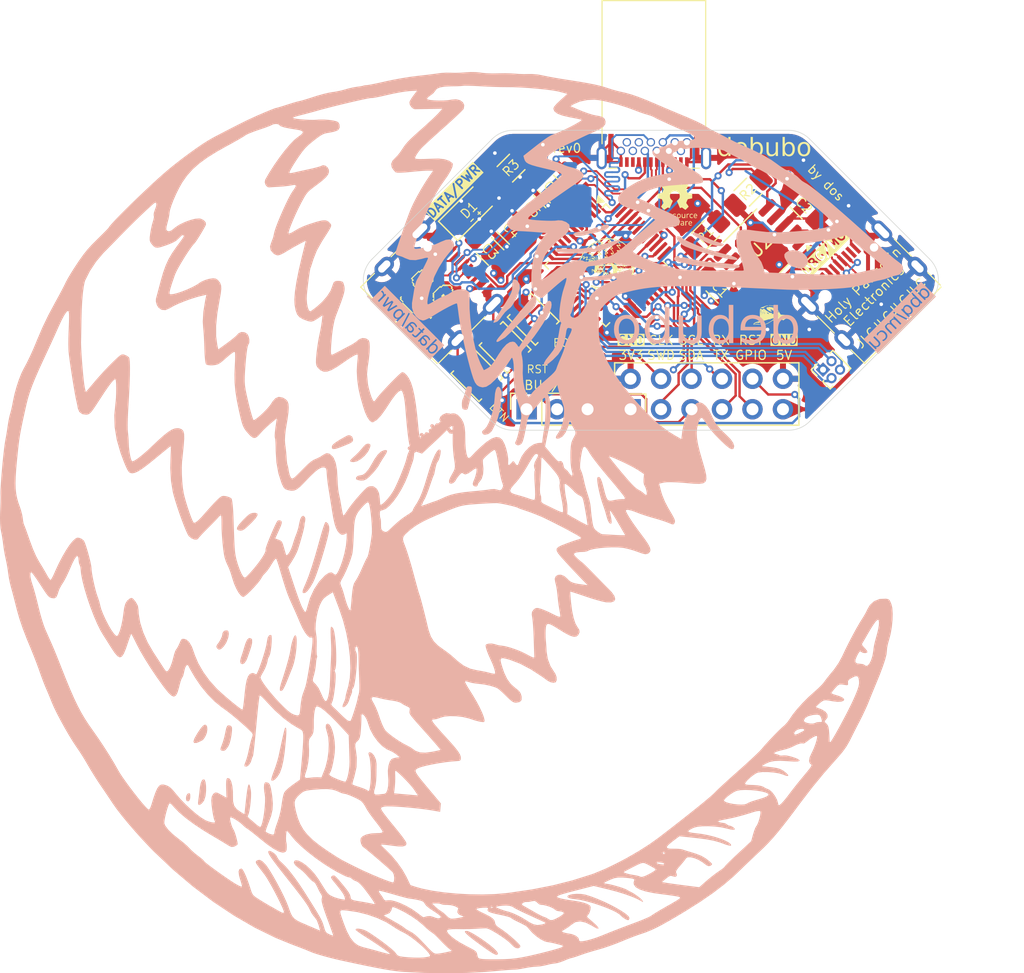
<source format=kicad_pcb>
(kicad_pcb
	(version 20240108)
	(generator "pcbnew")
	(generator_version "8.0")
	(general
		(thickness 1.6)
		(legacy_teardrops no)
	)
	(paper "A4")
	(title_block
		(title "Debubo")
		(date "2024-08-10")
		(rev "0")
		(company "dosowisko.net")
		(comment 1 "GNU GPLv3+")
	)
	(layers
		(0 "F.Cu" signal)
		(1 "In1.Cu" power)
		(2 "In2.Cu" power)
		(31 "B.Cu" signal)
		(32 "B.Adhes" user "B.Adhesive")
		(33 "F.Adhes" user "F.Adhesive")
		(34 "B.Paste" user)
		(35 "F.Paste" user)
		(36 "B.SilkS" user "B.Silkscreen")
		(37 "F.SilkS" user "F.Silkscreen")
		(38 "B.Mask" user)
		(39 "F.Mask" user)
		(40 "Dwgs.User" user "User.Drawings")
		(41 "Cmts.User" user "User.Comments")
		(42 "Eco1.User" user "User.Eco1")
		(43 "Eco2.User" user "User.Eco2")
		(44 "Edge.Cuts" user)
		(45 "Margin" user)
		(46 "B.CrtYd" user "B.Courtyard")
		(47 "F.CrtYd" user "F.Courtyard")
		(48 "B.Fab" user)
		(49 "F.Fab" user)
		(50 "User.1" user)
		(51 "User.2" user)
		(52 "User.3" user)
		(53 "User.4" user)
		(54 "User.5" user)
		(55 "User.6" user)
		(56 "User.7" user)
		(57 "User.8" user)
		(58 "User.9" user)
	)
	(setup
		(stackup
			(layer "F.SilkS"
				(type "Top Silk Screen")
				(color "White")
			)
			(layer "F.Paste"
				(type "Top Solder Paste")
			)
			(layer "F.Mask"
				(type "Top Solder Mask")
				(color "Green")
				(thickness 0.01)
			)
			(layer "F.Cu"
				(type "copper")
				(thickness 0.035)
			)
			(layer "dielectric 1"
				(type "prepreg")
				(color "FR4 natural")
				(thickness 0.1)
				(material "FR4")
				(epsilon_r 4.5)
				(loss_tangent 0.02)
			)
			(layer "In1.Cu"
				(type "copper")
				(thickness 0.035)
			)
			(layer "dielectric 2"
				(type "core")
				(thickness 1.24)
				(material "FR4")
				(epsilon_r 4.5)
				(loss_tangent 0.02)
			)
			(layer "In2.Cu"
				(type "copper")
				(thickness 0.035)
			)
			(layer "dielectric 3"
				(type "prepreg")
				(thickness 0.1)
				(material "FR4")
				(epsilon_r 4.5)
				(loss_tangent 0.02)
			)
			(layer "B.Cu"
				(type "copper")
				(thickness 0.035)
			)
			(layer "B.Mask"
				(type "Bottom Solder Mask")
				(color "Green")
				(thickness 0.01)
			)
			(layer "B.Paste"
				(type "Bottom Solder Paste")
			)
			(layer "B.SilkS"
				(type "Bottom Silk Screen")
				(color "White")
			)
			(copper_finish "HAL SnPb")
			(dielectric_constraints no)
		)
		(pad_to_mask_clearance 0)
		(allow_soldermask_bridges_in_footprints no)
		(pcbplotparams
			(layerselection 0x00010fc_ffffffff)
			(plot_on_all_layers_selection 0x0000000_00000000)
			(disableapertmacros no)
			(usegerberextensions yes)
			(usegerberattributes no)
			(usegerberadvancedattributes no)
			(creategerberjobfile no)
			(dashed_line_dash_ratio 12.000000)
			(dashed_line_gap_ratio 3.000000)
			(svgprecision 4)
			(plotframeref no)
			(viasonmask no)
			(mode 1)
			(useauxorigin no)
			(hpglpennumber 1)
			(hpglpenspeed 20)
			(hpglpendiameter 15.000000)
			(pdf_front_fp_property_popups yes)
			(pdf_back_fp_property_popups yes)
			(dxfpolygonmode yes)
			(dxfimperialunits yes)
			(dxfusepcbnewfont yes)
			(psnegative no)
			(psa4output no)
			(plotreference yes)
			(plotvalue yes)
			(plotfptext yes)
			(plotinvisibletext no)
			(sketchpadsonfab no)
			(subtractmaskfromsilk yes)
			(outputformat 1)
			(mirror no)
			(drillshape 0)
			(scaleselection 1)
			(outputdirectory "gerbers/")
		)
	)
	(net 0 "")
	(net 1 "unconnected-(U1A-PB14-Pad26)")
	(net 2 "unconnected-(U1A-PF1-OSC_OUT-Pad9)")
	(net 3 "D+")
	(net 4 "D-")
	(net 5 "VBUS")
	(net 6 "unconnected-(U1A-PB4-Pad43)")
	(net 7 "unconnected-(U1A-PF0-OSC_IN-Pad8)")
	(net 8 "PD2_CC1")
	(net 9 "unconnected-(U1A-PB0-Pad19)")
	(net 10 "unconnected-(U1A-PB13-Pad25)")
	(net 11 "unconnected-(U1A-PC14-OSC32_IN-Pad2)")
	(net 12 "unconnected-(U1A-PC7-Pad31)")
	(net 13 "PD2_CC2")
	(net 14 "DBG_VBUS")
	(net 15 "DBG_D-")
	(net 16 "DBG_D+")
	(net 17 "Net-(J2-CC1)")
	(net 18 "Net-(J2-CC2)")
	(net 19 "SBU1")
	(net 20 "PD1_CC2")
	(net 21 "unconnected-(U1A-PC13-Pad1)")
	(net 22 "unconnected-(U1A-PA12[PA10]-Pad34)")
	(net 23 "unconnected-(U1A-PB12-Pad24)")
	(net 24 "PD1_CC1")
	(net 25 "unconnected-(U1A-PB8-Pad47)")
	(net 26 "SBU2")
	(net 27 "I2C_SCL")
	(net 28 "RESET")
	(net 29 "unconnected-(U1A-PB3-Pad42)")
	(net 30 "unconnected-(U1A-PC15-OSC32_OUT-Pad3)")
	(net 31 "SWDIO")
	(net 32 "I2C_SDA")
	(net 33 "BOOT")
	(net 34 "unconnected-(U1A-PB5-Pad44)")
	(net 35 "STM_RX")
	(net 36 "unconnected-(U1A-PB1-Pad20)")
	(net 37 "V3")
	(net 38 "STM_TX")
	(net 39 "Net-(U1B-VREF+)")
	(net 40 "Net-(D1-A)")
	(net 41 "GPIO")
	(net 42 "LED")
	(net 43 "BTN")
	(net 44 "SPI_MISO")
	(net 45 "SPI_MOSI")
	(net 46 "unconnected-(U1A-PA15-Pad37)")
	(net 47 "SPI_NSS")
	(net 48 "SPI_SCK")
	(net 49 "GND")
	(net 50 "BD+")
	(net 51 "BD-")
	(net 52 "VIO")
	(net 53 "unconnected-(U1A-PC6-Pad30)")
	(footprint "LOGO" (layer "F.Cu") (at 151.5 98.9))
	(footprint "Capacitor_SMD:C_1206_3216Metric_Pad1.33x1.80mm_HandSolder" (layer "F.Cu") (at 131.5951 90.0951 135))
	(footprint "Button_Switch_SMD:SW_SPST_B3U-1000P" (layer "F.Cu") (at 127 103.95 135))
	(footprint "Debubo:SolderJumperSmol" (layer "F.Cu") (at 134.517157 86.717157 -45))
	(footprint "Capacitor_SMD:C_1206_3216Metric_Pad1.33x1.80mm_HandSolder" (layer "F.Cu") (at 129.8451 91.8451 135))
	(footprint "Capacitor_SMD:C_1206_3216Metric_Pad1.33x1.80mm_HandSolder" (layer "F.Cu") (at 147.25 96.75 135))
	(footprint "LOGO" (layer "F.Cu") (at 122.75 97.25 -45))
	(footprint "Capacitor_SMD:C_1206_3216Metric_Pad1.33x1.80mm_HandSolder" (layer "F.Cu") (at 154.25 89.75 -45))
	(footprint "Capacitor_SMD:C_1206_3216Metric_Pad1.33x1.80mm_HandSolder" (layer "F.Cu") (at 133.25 88.3951 -45))
	(footprint "Package_QFP:LQFP-48_7x7mm_P0.5mm" (layer "F.Cu") (at 137.75 94.75 -45))
	(footprint "Resistor_SMD:R_1206_3216Metric_Pad1.30x1.75mm_HandSolder" (layer "F.Cu") (at 149.596 88.654 45))
	(footprint "LOGO"
		(layer "F.Cu")
		(uuid "4785eff3-e543-4da4-b599-ea83da64dc85")
		(at 137.721624 94.35644)
		(property "Reference" "GPANG"
			(at 0 0 0)
			(layer "F.SilkS")
			(hide yes)
			(uuid "97468709-a4d4-4dba-b48b-3ea4b6fea43f")
			(effects
				(font
					(size 1.5 1.5)
					(thickness 0.3)
				)
			)
		)
		(property "Value" "LOGO"
			(at 0.75 0 0)
			(layer "F.SilkS")
			(hide yes)
			(uuid "6daeae5d-edac-4c57-9798-fda9de553c26")
			(effects
				(font
					(size 1.5 1.5)
					(thickness 0.3)
				)
			)
		)
		(property "Footprint" "LOGO"
			(at 0 0 0)
			(unlocked yes)
			(layer "F.Fab")
			(hide yes)
			(uuid "f22c43c4-e540-4514-ae0e-6121c9681813")
			(effects
				(font
					(size 1.27 1.27)
					(thickness 0.15)
				)
			)
		)
		(property "Datasheet" ""
			(at 0 0 0)
			(unlocked yes)
			(layer "F.Fab")
			(hide yes)
			(uuid "fc718c03-6242-424a-afe7-693a5f74999c")
			(effects
				(font
					(size 1.27 1.27)
					(thickness 0.15)
				)
			)
		)
		(property "Description" ""
			(at 0 0 0)
			(unlocked yes)
			(layer "F.Fab")
			(hide yes)
			(uuid "b837c190-3137-441e-b8ad-e8a1ef3dd34a")
			(effects
				(font
					(size 1.27 1.27)
					(thickness 0.15)
				)
			)
		)
		(attr board_only exclude_from_pos_files exclude_from_bom)
		(fp_poly
			(pts
				(xy 2.093733 0.587019) (xy 2.103678 0.595358) (xy 2.109433 0.604975) (xy 2.109011 0.610894) (xy 2.101548 0.616413)
				(xy 2.091148 0.612209) (xy 2.083789 0.605688) (xy 2.074338 0.593558) (xy 2.074319 0.58593) (xy 2.082928 0.583461)
			)
			(stroke
				(width 0)
				(type solid)
			)
			(fill solid)
			(layer "F.SilkS")
			(uuid "ac657206-7708-43c0-a1e8-c783de963f3a")
		)
		(fp_poly
			(pts
				(xy -1.932415 0.436049) (xy -1.925149 0.445848) (xy -1.923187 0.450927) (xy -1.917452 0.479205)
				(xy -1.921547 0.502697) (xy -1.926811 0.511926) (xy -1.936295 0.525842) (xy -1.942654 0.536292)
				(xy -1.953549 0.545756) (xy -1.969758 0.549436) (xy -1.986971 0.547105) (xy -2.000121 0.539323)
				(xy -2.009805 0.522618) (xy -2.011184 0.502562) (xy -2.005499 0.481498) (xy -1.993991 0.461765)
				(xy -1.977899 0.445707) (xy -1.958466 0.435664) (xy -1.944024 0.433465)
			)
			(stroke
				(width 0)
				(type solid)
			)
			(fill solid)
			(layer "F.SilkS")
			(uuid "1ebe9809-4fe8-4c80-ad44-ce21a3ff5c95")
		)
		(fp_poly
			(pts
				(xy 0.291162 -0.18097) (xy 0.305685 -0.178322) (xy 0.32908 -0.174645) (xy 0.354861 -0.172493) (xy 0.364242 -0.17226)
				(xy 0.383564 -0.17141) (xy 0.392622 -0.168339) (xy 0.392171 -0.162265) (xy 0.383209 -0.152623) (xy 0.367257 -0.144378)
				(xy 0.34474 -0.140389) (xy 0.319403 -0.140772) (xy 0.294995 -0.145644) (xy 0.284784 -0.149575) (xy 0.268497 -0.158373)
				(xy 0.262059 -0.16572) (xy 0.264617 -0.173162) (xy 0.269293 -0.177642) (xy 0.277661 -0.181298)
			)
			(stroke
				(width 0)
				(type solid)
			)
			(fill solid)
			(layer "F.SilkS")
			(uuid "219769a4-c93b-43b4-a94a-8eebe24ec2ae")
		)
		(fp_poly
			(pts
				(xy 1.821885 0.375303) (xy 1.845162 0.381754) (xy 1.854544 0.384657) (xy 1.878995 0.393796) (xy 1.892572 0.402369)
				(xy 1.89522 0.410274) (xy 1.886887 0.417409) (xy 1.874021 0.422022) (xy 1.859689 0.425906) (xy 1.850723 0.426988)
				(xy 1.841688 0.425099) (xy 1.828698 0.420612) (xy 1.813897 0.412722) (xy 1.801074 0.401406) (xy 1.792672 0.389451)
				(xy 1.791134 0.379644) (xy 1.791716 0.378415) (xy 1.797033 0.373819) (xy 1.806466 0.372719)
			)
			(stroke
				(width 0)
				(type solid)
			)
			(fill solid)
			(layer "F.SilkS")
			(uuid "2976cb09-dd76-4521-8f9e-39d240b55eb0")
		)
		(fp_poly
			(pts
				(xy 0.987596 -0.2862) (xy 0.993506 -0.285602) (xy 1.020791 -0.281808) (xy 1.037653 -0.276844) (xy 1.044762 -0.270205)
				(xy 1.042787 -0.261388) (xy 1.036218 -0.253508) (xy 1.029685 -0.248883) (xy 1.020052 -0.246328)
				(xy 1.005136 -0.245685) (xy 0.982751 -0.246796) (xy 0.9641 -0.248303) (xy 0.937224 -0.251982) (xy 0.921243 -0.257445)
				(xy 0.916065 -0.264782) (xy 0.9216 -0.274081) (xy 0.931031 -0.281306) (xy 0.939621 -0.285765) (xy 0.949999 -0.287935)
				(xy 0.965035 -0.288014)
			)
			(stroke
				(width 0)
				(type solid)
			)
			(fill solid)
			(layer "F.SilkS")
			(uuid "a1f3aeea-364e-44a6-9f33-acc2d70590f8")
		)
		(fp_poly
			(pts
				(xy 1.433889 0.081229) (xy 1.437538 0.084741) (xy 1.446012 0.09153) (xy 1.461055 0.098914) (xy 1.47839 0.105067)
				(xy 1.491993 0.107996) (xy 1.501064 0.113136) (xy 1.503106 0.122709) (xy 1.500918 0.132624) (xy 1.492209 0.136835)
				(xy 1.486436 0.137543) (xy 1.471083 0.136057) (xy 1.452373 0.130656) (xy 1.445713 0.127894) (xy 1.425516 0.116454)
				(xy 1.411517 0.104182) (xy 1.405188 0.092721) (xy 1.407025 0.084741) (xy 1.417199 0.078697) (xy 1.422937 0.077795)
			)
			(stroke
				(width 0)
				(type solid)
			)
			(fill solid)
			(layer "F.SilkS")
			(uuid "6b006c0c-942b-4a76-8d3f-47ad988798a7")
		)
		(fp_poly
			(pts
				(xy 1.98597 0.578947) (xy 1.999716 0.586146) (xy 2.015612 0.598914) (xy 2.018323 0.60152) (xy 2.035036 0.617572)
				(xy 2.051841 0.633055) (xy 2.060257 0.640461) (xy 2.073606 0.653431) (xy 2.077198 0.661703) (xy 2.071022 0.665921)
				(xy 2.059784 0.666812) (xy 2.042286 0.663123) (xy 2.023211 0.65116) (xy 2.018502 0.647268) (xy 2.001906 0.631055)
				(xy 1.987336 0.613288) (xy 1.976889 0.596854) (xy 1.972664 0.584638) (xy 1.972653 0.584194) (xy 1.976305 0.578052)
			)
			(stroke
				(width 0)
				(type solid)
			)
			(fill solid)
			(layer "F.SilkS")
			(uuid "30d1cda9-4e39-43c1-8c94-f16a6dbcccdc")
		)
		(fp_poly
			(pts
				(xy 1.360202 0.18516) (xy 1.378611 0.193839) (xy 1.392034 0.202524) (xy 1.41137 0.215377) (xy 1.430826 0.227522)
				(xy 1.440593 0.233199) (xy 1.455701 0.244315) (xy 1.461418 0.255232) (xy 1.461431 0.255724) (xy 1.457244 0.264409)
				(xy 1.446039 0.26658) (xy 1.429843 0.262176) (xy 1.419668 0.257) (xy 1.395418 0.24271) (xy 1.378606 0.232563)
				(xy 1.367037 0.22516) (xy 1.358518 0.2191) (xy 1.351383 0.213422) (xy 1.341313 0.201336) (xy 1.340855 0.192584)
				(xy 1.347848 0.184787)
			)
			(stroke
				(width 0)
				(type solid)
			)
			(fill solid)
			(layer "F.SilkS")
			(uuid "c0b9abc3-53e5-4895-a3cd-2521847c850b")
		)
		(fp_poly
			(pts
				(xy 0.413586 -0.283612) (xy 0.414676 -0.282817) (xy 0.421077 -0.27524) (xy 0.419885 -0.268359) (xy 0.410173 -0.261336)
				(xy 0.39101 -0.253331) (xy 0.376471 -0.248327) (xy 0.351583 -0.240272) (xy 0.334994 -0.235608) (xy 0.324499 -0.234101)
				(xy 0.317891 -0.23552) (xy 0.312963 -0.23963) (xy 0.311401 -0.241453) (xy 0.306511 -0.254333) (xy 0.310187 -0.266879)
				(xy 0.316736 -0.272492) (xy 0.326101 -0.275344) (xy 0.342994 -0.278954) (xy 0.363929 -0.282587)
				(xy 0.366055 -0.282914) (xy 0.389798 -0.285914) (xy 0.404926 -0.286148)
			)
			(stroke
				(width 0)
				(type solid)
			)
			(fill solid)
			(layer "F.SilkS")
			(uuid "ce4f3cb3-bef1-4aea-9e48-3a9138344b38")
		)
		(fp_poly
			(pts
				(xy 1.465457 2.002335) (xy 1.466299 2.012863) (xy 1.463751 2.032398) (xy 1.457782 2.061456) (xy 1.448391 2.10045)
				(xy 1.439302 2.135626) (xy 1.432071 2.161223) (xy 1.426245 2.178531) (xy 1.421372 2.188842) (xy 1.416998 2.193446)
				(xy 1.415587 2.193934) (xy 1.409002 2.192961) (xy 1.406238 2.185056) (xy 1.405863 2.175565) (xy 1.407516 2.157252)
				(xy 1.411981 2.132822) (xy 1.418517 2.104896) (xy 1.426384 2.076095) (xy 1.43484 2.049041) (xy 1.443145 2.026356)
				(xy 1.450557 2.010661) (xy 1.453717 2.006232) (xy 1.461253 2.000297)
			)
			(stroke
				(width 0)
				(type solid)
			)
			(fill solid)
			(layer "F.SilkS")
			(uuid "75941cb2-c3a2-4af2-b84f-9d45d51ae054")
		)
		(fp_poly
			(pts
				(xy -1.646773 0.06286) (xy -1.647219 0.069096) (xy -1.651096 0.082747) (xy -1.657409 0.101035) (xy -1.665165 0.12118)
				(xy -1.673369 0.140405) (xy -1.678071 0.1503) (xy -1.690145 0.170935) (xy -1.703588 0.188594) (xy -1.716348 0.200931)
				(xy -1.726375 0.2056) (xy -1.726417 0.2056) (xy -1.733136 0.203819) (xy -1.733713 0.202686) (xy -1.730957 0.196903)
				(xy -1.723687 0.184336) (xy -1.713393 0.167553) (xy -1.711899 0.165178) (xy -1.698673 0.142274)
				(xy -1.686187 0.11746) (xy -1.678352 0.099148) (xy -1.669389 0.079714) (xy -1.659885 0.066528) (xy -1.651271 0.061234)
			)
			(stroke
				(width 0)
				(type solid)
			)
			(fill solid)
			(layer "F.SilkS")
			(uuid "9e7d9363-affc-47c0-b36b-875cde412a35")
		)
		(fp_poly
			(pts
				(xy 1.723499 0.456051) (xy 1.739203 0.467998) (xy 1.743829 0.471833) (xy 1.762782 0.486328) (xy 1.782952 0.499741)
				(xy 1.793448 0.505734) (xy 1.809096 0.514494) (xy 1.815802 0.520953) (xy 1.814859 0.527138) (xy 1.810396 0.532338)
				(xy 1.804117 0.537064) (xy 1.796134 0.53802) (xy 1.782841 0.535264) (xy 1.774381 0.532889) (xy 1.761489 0.526592)
				(xy 1.744364 0.514893) (xy 1.726611 0.500266) (xy 1.725829 0.499555) (xy 1.709979 0.484461) (xy 1.701436 0.474265)
				(xy 1.698853 0.466892) (xy 1.700636 0.460717) (xy 1.706278 0.452942) (xy 1.713212 0.451209)
			)
			(stroke
				(width 0)
				(type solid)
			)
			(fill solid)
			(layer "F.SilkS")
			(uuid "ab5a3f2e-d8c6-4a58-93da-27bef9253d04")
		)
		(fp_poly
			(pts
				(xy -0.282151 -0.070954) (xy -0.269412 -0.062244) (xy -0.254826 -0.052441) (xy -0.243916 -0.045979)
				(xy -0.240111 -0.044454) (xy -0.231681 -0.040297) (xy -0.220931 -0.030318) (xy -0.211208 -0.018253)
				(xy -0.205861 -0.00784) (xy -0.205601 -0.005927) (xy -0.209338 0.002826) (xy -0.217344 0.009681)
				(xy -0.224115 0.010705) (xy -0.228743 0.007533) (xy -0.239967 -0.000382) (xy -0.255126 -0.011162)
				(xy -0.273362 -0.024805) (xy -0.289987 -0.038304) (xy -0.299417 -0.046837) (xy -0.308417 -0.056701)
				(xy -0.310015 -0.062999) (xy -0.304999 -0.069681) (xy -0.304142 -0.070543) (xy -0.298052 -0.075501)
				(xy -0.291743 -0.075882)
			)
			(stroke
				(width 0)
				(type solid)
			)
			(fill solid)
			(layer "F.SilkS")
			(uuid "2064a8c6-da98-440b-82ba-6b895f9443d5")
		)
		(fp_poly
			(pts
				(xy 1.502965 0.647207) (xy 1.51445 0.655298) (xy 1.533024 0.669195) (xy 1.559134 0.689234) (xy 1.593224 0.715752)
				(xy 1.613008 0.731236) (xy 1.633292 0.745746) (xy 1.658081 0.761536) (xy 1.680923 0.774594) (xy 1.699194 0.78506)
				(xy 1.712858 0.794381) (xy 1.719527 0.800884) (xy 1.71982 0.801857) (xy 1.715135 0.807802) (xy 1.702904 0.809675)
				(xy 1.685868 0.807614) (xy 1.666767 0.801756) (xy 1.660132 0.79885) (xy 1.637266 0.785403) (xy 1.609897 0.764578)
				(xy 1.5774 0.73585) (xy 1.539147 0.698695) (xy 1.532732 0.692218) (xy 1.512594 0.671228) (xy 1.500216 0.656836)
				(xy 1.495038 0.648272) (xy 1.4965 0.644766) (xy 1.498122 0.644585)
			)
			(stroke
				(width 0)
				(type solid)
			)
			(fill solid)
			(layer "F.SilkS")
			(uuid "8c4e9124-530b-4685-a3a7-5ca136c6afa3")
		)
		(fp_poly
			(pts
				(xy -0.394818 0.026768) (xy -0.378783 0.039138) (xy -0.367441 0.050654) (xy -0.343563 0.074357)
				(xy -0.317013 0.096232) (xy -0.289697 0.115134) (xy -0.26352 0.129913) (xy -0.240386 0.139424) (xy -0.2222 0.142518)
				(xy -0.216446 0.141612) (xy -0.207342 0.142927) (xy -0.202548 0.150711) (xy -0.203924 0.160593)
				(xy -0.206786 0.164315) (xy -0.224012 0.173494) (xy -0.24403 0.173072) (xy -0.250055 0.170978) (xy -0.263018 0.165368)
				(xy -0.281211 0.157457) (xy -0.29323 0.152216) (xy -0.310503 0.142602) (xy -0.331629 0.127821) (xy -0.354228 0.109912)
				(xy -0.375919 0.09091) (xy -0.394321 0.072852) (xy -0.407055 0.057775) (xy -0.410668 0.051741) (xy -0.416283 0.034388)
				(xy -0.414735 0.024422) (xy -0.407191 0.021872)
			)
			(stroke
				(width 0)
				(type solid)
			)
			(fill solid)
			(layer "F.SilkS")
			(uuid "fec170a4-69cc-467a-8e5e-3f1a230f8936")
		)
		(fp_poly
			(pts
				(xy 0.265586 -0.103844) (xy 0.29326 -0.096543) (xy 0.313957 -0.088909) (xy 0.34638 -0.077656) (xy 0.371124 -0.07296)
				(xy 0.389405 -0.074712) (xy 0.400832 -0.081247) (xy 0.4117 -0.086687) (xy 0.422103 -0.085908) (xy 0.427707 -0.079476)
				(xy 0.427871 -0.077717) (xy 0.424252 -0.070049) (xy 0.41542 -0.059305) (xy 0.414232 -0.058094) (xy 0.403453 -0.050048)
				(xy 0.389706 -0.045864) (xy 0.370733 -0.045332) (xy 0.344281 -0.048245) (xy 0.330797 -0.050379)
				(xy 0.312194 -0.054198) (xy 0.296683 -0.058589) (xy 0.2919 -0.060495) (xy 0.280424 -0.064974) (xy 0.26271 -0.070736)
				(xy 0.248665 -0.074828) (xy 0.228386 -0.081441) (xy 0.21862 -0.087481) (xy 0.218832 -0.093579) (xy 0.227462 -0.099827)
				(xy 0.244201 -0.104869)
			)
			(stroke
				(width 0)
				(type solid)
			)
			(fill solid)
			(layer "F.SilkS")
			(uuid "aa57f71c-03df-4b13-9366-b692924adf74")
		)
		(fp_poly
			(pts
				(xy 0.688605 -0.011353) (xy 0.701975 -0.003788) (xy 0.721271 0.008305) (xy 0.744938 0.023957) (xy 0.767458 0.039424)
				(xy 0.826809 0.080025) (xy 0.878204 0.113407) (xy 0.921964 0.139766) (xy 0.958407 0.159302) (xy 0.968927 0.164305)
				(xy 0.987478 0.174007) (xy 0.996063 0.181753) (xy 0.996564 0.18643) (xy 0.988945 0.192856) (xy 0.973157 0.19307)
				(xy 0.948848 0.187033) (xy 0.924315 0.178183) (xy 0.907592 0.170196) (xy 0.883899 0.156993) (xy 0.855265 0.139887)
				(xy 0.823714 0.120187) (xy 0.791275 0.099205) (xy 0.759973 0.078252) (xy 0.731836 0.058637) (xy 0.70889 0.041673)
				(xy 0.693207 0.028711) (xy 0.682906 0.015382) (xy 0.678041 0.001283) (xy 0.679499 -0.010023) (xy 0.682717 -0.013419)
			)
			(stroke
				(width 0)
				(type solid)
			)
			(fill solid)
			(layer "F.SilkS")
			(uuid "8db06e1b-b52d-4d45-93b6-869ea0c98fa3")
		)
		(fp_poly
			(pts
				(xy 1.174462 0.325643) (xy 1.189649 0.334338) (xy 1.206815 0.346341) (xy 1.222795 0.359614) (xy 1.223649 0.360408)
				(xy 1.241211 0.375015) (xy 1.267123 0.393982) (xy 1.299981 0.416348) (xy 1.338381 0.441148) (xy 1.369781 0.46065)
				(xy 1.388205 0.473468) (xy 1.397243 0.483444) (xy 1.396588 0.49006) (xy 1.388732 0.492601) (xy 1.380305 0.490502)
				(xy 1.365211 0.484199) (xy 1.34645 0.474968) (xy 1.343023 0.473152) (xy 1.319133 0.460353) (xy 1.293981 0.446883)
				(xy 1.274581 0.436499) (xy 1.256804 0.425398) (xy 1.237379 0.410686) (xy 1.217639 0.393743) (xy 1.198918 0.375952)
				(xy 1.182547 0.358694) (xy 1.169859 0.343349) (xy 1.162187 0.331301) (xy 1.160864 0.32393) (xy 1.164419 0.322293)
			)
			(stroke
				(width 0)
				(type solid)
			)
			(fill solid)
			(layer "F.SilkS")
			(uuid "2a39b8c1-5611-4ea6-845e-23816d860d9a")
		)
		(fp_poly
			(pts
				(xy -0.827971 -0.209095) (xy -0.813612 -0.207488) (xy -0.792779 -0.20421) (xy -0.764276 -0.199139)
				(xy -0.726905 -0.192155) (xy -0.694597 -0.186018) (xy -0.661235 -0.17971) (xy -0.629973 -0.173885)
				(xy -0.603147 -0.168972) (xy -0.583096 -0.1654) (xy -0.573737 -0.163832) (xy -0.557549 -0.159956)
				(xy -0.550571 -0.155243) (xy -0.553519 -0.150501) (xy -0.559845 -0.148114) (xy -0.597189 -0.142649)
				(xy -0.639029 -0.144932) (xy -0.657216 -0.147259) (xy -0.682781 -0.150142) (xy -0.712031 -0.153178)
				(xy -0.735631 -0.15545) (xy -0.762647 -0.158354) (xy -0.786464 -0.16166) (xy -0.804391 -0.164948)
				(xy -0.813426 -0.167622) (xy -0.833021 -0.180726) (xy -0.843328 -0.194579) (xy -0.844629 -0.201246)
				(xy -0.844187 -0.205107) (xy -0.842061 -0.207783) (xy -0.837055 -0.209153)
			)
			(stroke
				(width 0)
				(type solid)
			)
			(fill solid)
			(layer "F.SilkS")
			(uuid "7846a38d-13d3-45fb-b3b8-ac7eea47cadf")
		)
		(fp_poly
			(pts
				(xy -1.572707 0.027122) (xy -1.570004 0.03947) (xy -1.569862 0.055766) (xy -1.572529 0.072099) (xy -1.578621 0.086904)
				(xy -1.590379 0.108737) (xy -1.60667 0.135838) (xy -1.626363 0.166442) (xy -1.648325 0.198788) (xy -1.671424 0.231112)
				(xy -1.693067 0.259779) (xy -1.71196 0.283295) (xy -1.725372 0.298073) (xy -1.733949 0.304646) (xy -1.738337 0.303548)
				(xy -1.739269 0.297894) (xy -1.736202 0.289467) (xy -1.72826 0.275608) (xy -1.719869 0.263164) (xy -1.696231 0.230008)
				(xy -1.677712 0.203286) (xy -1.662753 0.180553) (xy -1.64979 0.159362) (xy -1.637263 0.137269) (xy -1.62535 0.11512)
				(xy -1.613257 0.091375) (xy -1.603425 0.070364) (xy -1.596921 0.054484) (xy -1.594793 0.046475)
				(xy -1.591477 0.034326) (xy -1.583837 0.024764) (xy -1.577614 0.022227)
			)
			(stroke
				(width 0)
				(type solid)
			)
			(fill solid)
			(layer "F.SilkS")
			(uuid "30de9b28-1281-4ef3-b6e0-8562456619fa")
		)
		(fp_poly
			(pts
				(xy -1.189611 -0.319266) (xy -1.188677 -0.318487) (xy -1.189128 -0.312144) (xy -1.196811 -0.302514)
				(xy -1.209254 -0.291725) (xy -1.223985 -0.281907) (xy -1.238533 -0.275191) (xy -1.23916 -0.27499)
				(xy -1.252771 -0.269223) (xy -1.26941 -0.260248) (xy -1.27378 -0.257578) (xy -1.28833 -0.249498)
				(xy -1.299993 -0.2449) (xy -1.302625 -0.244498) (xy -1.311854 -0.241577) (xy -1.313766 -0.239605)
				(xy -1.322097 -0.234348) (xy -1.335431 -0.231615) (xy -1.347767 -0.232383) (xy -1.350648 -0.233603)
				(xy -1.35435 -0.240964) (xy -1.353275 -0.244173) (xy -1.345818 -0.250142) (xy -1.331071 -0.258206)
				(xy -1.312263 -0.266877) (xy -1.292623 -0.274667) (xy -1.275381 -0.280088) (xy -1.275279 -0.280113)
				(xy -1.258987 -0.286437) (xy -1.24252 -0.296024) (xy -1.241938 -0.296444) (xy -1.217804 -0.312341)
				(xy -1.200273 -0.319985)
			)
			(stroke
				(width 0)
				(type solid)
			)
			(fill solid)
			(layer "F.SilkS")
			(uuid "e3156611-c05e-4ac7-b329-8a1839c879ca")
		)
		(fp_poly
			(pts
				(xy -1.067143 -0.312935) (xy -1.0669 -0.310476) (xy -1.070969 -0.303113) (xy -1.081936 -0.290616)
				(xy -1.097943 -0.274693) (xy -1.117132 -0.257051) (xy -1.137644 -0.239399) (xy -1.157621 -0.223445)
				(xy -1.175204 -0.210898) (xy -1.175257 -0.210864) (xy -1.192876 -0.199202) (xy -1.207348 -0.189279)
				(xy -1.21561 -0.183196) (xy -1.21572 -0.183103) (xy -1.229129 -0.174514) (xy -1.248076 -0.165941)
				(xy -1.270278 -0.15798) (xy -1.293455 -0.151228) (xy -1.315325 -0.146281) (xy -1.333607 -0.143737)
				(xy -1.346019 -0.14419) (xy -1.350296 -0.14791) (xy -1.345445 -0.151808) (xy -1.332258 -0.158674)
				(xy -1.312784 -0.167518) (xy -1.290531 -0.176772) (xy -1.227823 -0.205464) (xy -1.174177 -0.238052)
				(xy -1.127911 -0.275587) (xy -1.11954 -0.283637) (xy -1.099388 -0.301926) (xy -1.083318 -0.313221)
				(xy -1.072261 -0.317049)
			)
			(stroke
				(width 0)
				(type solid)
			)
			(fill solid)
			(layer "F.SilkS")
			(uuid "10b1cf3e-69a6-4d0a-bd43-e0bd2cf87a8a")
		)
		(fp_poly
			(pts
				(xy 0.961002 2.19818) (xy 0.959021 2.207045) (xy 0.949464 2.220169) (xy 0.941332 2.228564) (xy 0.924047 2.247471)
				(xy 0.904913 2.272271) (xy 0.88511 2.300977) (xy 0.865817 2.331602) (xy 0.848211 2.362159) (xy 0.833472 2.39066)
				(xy 0.822778 2.415117) (xy 0.817309 2.433543) (xy 0.816845 2.438459) (xy 0.815084 2.453361) (xy 0.810737 2.468471)
				(xy 0.805207 2.479914) (xy 0.800394 2.483876) (xy 0.793765 2.480467) (xy 0.790943 2.477978) (xy 0.788761 2.468634)
				(xy 0.791312 2.451295) (xy 0.7979 2.427665) (xy 0.807831 2.399449) (xy 0.820408 2.368349) (xy 0.834938 2.33607)
				(xy 0.850724 2.304315) (xy 0.867073 2.274788) (xy 0.883288 2.249193) (xy 0.885681 2.245776) (xy 0.899308 2.230148)
				(xy 0.916564 2.215089) (xy 0.934338 2.202883) (xy 0.949521 2.195819) (xy 0.954863 2.194924)
			)
			(stroke
				(width 0)
				(type solid)
			)
			(fill solid)
			(layer "F.SilkS")
			(uuid "01551c69-6e29-4c37-a8cb-88ed8f939d3b")
		)
		(fp_poly
			(pts
				(xy -1.495502 0.100126) (xy -1.494772 0.103484) (xy -1.498673 0.115409) (xy -1.509684 0.133577)
				(xy -1.526761 0.156679) (xy -1.548862 0.183402) (xy -1.574944 0.212437) (xy -1.603965 0.242472)
				(xy -1.610261 0.24871) (xy -1.6422 0.279829) (xy -1.667385 0.303622) (xy -1.686722 0.320818) (xy -1.701118 0.332142)
				(xy -1.711479 0.338322) (xy -1.71871 0.340085) (xy -1.722681 0.338913) (xy -1.724723 0.337076) (xy -1.72499 0.334284)
				(xy -1.722709 0.329656) (xy -1.717105 0.322316) (xy -1.707403 0.311384) (xy -1.69283 0.295982) (xy -1.672611 0.275232)
				(xy -1.645972 0.248254) (xy -1.617425 0.219492) (xy -1.597086 0.197609) (xy -1.575244 0.171918)
				(xy -1.556534 0.147876) (xy -1.556081 0.147254) (xy -1.542555 0.128703) (xy -1.531078 0.113133)
				(xy -1.523549 0.103115) (xy -1.522211 0.101411) (xy -1.512855 0.095432) (xy -1.502407 0.095121)
			)
			(stroke
				(width 0)
				(type solid)
			)
			(fill solid)
			(layer "F.SilkS")
			(uuid "696d98d2-0c7a-4ea1-8161-0b6e94a12a6c")
		)
		(fp_poly
			(pts
				(xy -0.800957 -0.329451) (xy -0.790147 -0.317255) (xy -0.783158 -0.308956) (xy -0.776097 -0.302233)
				(xy -0.767288 -0.296312) (xy -0.755058 -0.29042) (xy -0.737732 -0.283782) (xy -0.713638 -0.275624)
				(xy -0.6811 -0.265174) (xy -0.669591 -0.261523) (xy -0.64043 -0.252305) (xy -0.620375 -0.245894)
				(xy -0.607969 -0.241641) (xy -0.601756 -0.2389) (xy -0.600278 -0.237021) (xy -0.602079 -0.235357)
				(xy -0.605702 -0.23326) (xy -0.605844 -0.233171) (xy -0.619146 -0.228769) (xy -0.637705 -0.230093)
				(xy -0.658581 -0.235569) (xy -0.678465 -0.239611) (xy -0.698322 -0.240457) (xy -0.701059 -0.240215)
				(xy -0.713818 -0.239912) (xy -0.727989 -0.242481) (xy -0.745834 -0.248646) (xy -0.769619 -0.259136)
				(xy -0.788944 -0.268426) (xy -0.811628 -0.283447) (xy -0.824373 -0.301065) (xy -0.826656 -0.320492)
				(xy -0.825929 -0.324067) (xy -0.820586 -0.335759) (xy -0.812468 -0.337593)
			)
			(stroke
				(width 0)
				(type solid)
			)
			(fill solid)
			(layer "F.SilkS")
			(uuid "e7bbed64-ffca-404b-a0cf-49fd67e1685b")
		)
		(fp_poly
			(pts
				(xy 0.187374 -1.866634) (xy 0.225124 -1.865443) (xy 0.266749 -1.8636) (xy 0.310744 -1.861217) (xy 0.355604 -1.858406)
				(xy 0.399821 -1.855279) (xy 0.44189 -1.85195) (xy 0.480305 -1.84853) (xy 0.51356 -1.845131) (xy 0.540148 -1.841866)
				(xy 0.558564 -1.838848) (xy 0.567103 -1.83632) (xy 0.573597 -1.835176) (xy 0.589074 -1.833486) (xy 0.611428 -1.831452)
				(xy 0.638552 -1.829276) (xy 0.647833 -1.828587) (xy 0.685621 -1.825287) (xy 0.717737 -1.820965)
				(xy 0.748785 -1.814782) (xy 0.783368 -1.805899) (xy 0.802953 -1.80032) (xy 0.833475 -1.791062) (xy 0.862675 -1.781536)
				(xy 0.88766 -1.772729) (xy 0.905537 -1.76563) (xy 0.908532 -1.76425) (xy 0.924119 -1.757266) (xy 0.947262 -1.747589)
				(xy 0.975094 -1.736387) (xy 1.00475 -1.72483) (xy 1.011332 -1.722319) (xy 1.078644 -1.695375) (xy 1.140656 -1.667415)
				(xy 1.203073 -1.635848) (xy 1.211376 -1.631418) (xy 1.246246 -1.613437) (xy 1.282021 -1.596245)
				(xy 1.315299 -1.581416) (xy 1.342679 -1.570522) (xy 1.344553 -1.569853) (xy 1.369242 -1.559054)
				(xy 1.3992 -1.542756) (xy 1.431387 -1.522835) (xy 1.462759 -1.501171) (xy 1.489214 -1.480538) (xy 1.50819 -1.465073)
				(xy 1.526076 -1.451349) (xy 1.539604 -1.441852) (xy 1.541783 -1.440511) (xy 1.554201 -1.431884)
				(xy 1.571054 -1.418469) (xy 1.588729 -1.403144) (xy 1.589016 -1.402883) (xy 1.608676 -1.385421)
				(xy 1.629361 -1.36769) (xy 1.644804 -1.354974) (xy 1.659428 -1.342432) (xy 1.679459 -1.324019) (xy 1.703268 -1.301357)
				(xy 1.729226 -1.276069) (xy 1.755702 -1.249777) (xy 1.781067 -1.224105) (xy 1.803692 -1.200676)
				(xy 1.821946 -1.181111) (xy 1.8342 -1.167034) (xy 1.836447 -1.164144) (xy 1.847252 -1.15067) (xy 1.8633 -1.132018)
				(xy 1.882125 -1.111014) (xy 1.895407 -1.096665) (xy 1.914762 -1.074785) (xy 1.932796 -1.052147)
				(xy 1.947028 -1.031977) (xy 1.9531 -1.021649) (xy 1.965571 -0.99901) (xy 1.980211 -0.974906) (xy 1.987324 -0.9641)
				(xy 2.000058 -0.944061) (xy 2.01416 -0.919689) (xy 2.02497 -0.899375) (xy 2.037266 -0.876358) (xy 2.05082 -0.853078)
				(xy 2.06141 -0.836514) (xy 2.07324 -0.817388) (xy 2.086165 -0.79357) (xy 2.0959 -0.773433) (xy 2.104999 -0.753627)
				(xy 2.117395 -0.727324) (xy 2.131444 -0.69798) (xy 2.145239 -0.669591) (xy 2.164225 -0.627315) (xy 2.183413 -0.57814)
				(xy 2.201241 -0.526143) (xy 2.205902 -0.511223) (xy 2.217046 -0.47567) (xy 2.229102 -0.438822) (xy 2.240912 -0.404114)
				(xy 2.251319 -0.374984) (xy 2.255486 -0.363969) (xy 2.265771 -0.336612) (xy 2.275591 -0.308928)
				(xy 2.283493 -0.28508) (xy 2.286509 -0.27506) (xy 2.293492 -0.251624) (xy 2.302158 -0.224273) (xy 2.309311 -0.202822)
				(xy 2.317045 -0.176892) (xy 2.325489 -0.142829) (xy 2.334076 -0.103542) (xy 2.342237 -0.061938)
				(xy 2.349406 -0.020926) (xy 2.355013 0.016586) (xy 2.358493 0.047692) (xy 2.358677 0.050011) (xy 2.361489 0.077769)
				(xy 2.36585 0.110633) (xy 2.370971 0.142845) (xy 2.37278 0.152811) (xy 2.377946 0.183286) (xy 2.383137 0.219208)
				(xy 2.387572 0.254938) (xy 2.389386 0.272282) (xy 2.392476 0.30355) (xy 2.395873 0.336181) (xy 2.399078 0.365456)
				(xy 2.400784 0.380133) (xy 2.403696 0.414604) (xy 2.405369 0.457672) (xy 2.405826 0.506892) (xy 2.405092 0.559818)
				(xy 2.403188 0.614007) (xy 2.40014 0.667012) (xy 2.397758 0.697375) (xy 2.38265 0.827937) (xy 2.36058 0.955895)
				(xy 2.331912 1.079982) (xy 2.297012 1.19893) (xy 2.256246 1.31147) (xy 2.20998 1.416334) (xy 2.167049 1.497707)
				(xy 2.15236 1.523619) (xy 2.139149 1.547444) (xy 2.128693 1.56684) (xy 2.122272 1.579466) (xy 2.121547 1.581058)
				(xy 2.114077 1.595017) (xy 2.101298 1.61559) (xy 2.084689 1.640592) (xy 2.065724 1.667836) (xy 2.045883 1.695135)
				(xy 2.032938 1.712233) (xy 1.991344 1.765887) (xy 1.955586 1.811457) (xy 1.924932 1.849828) (xy 1.898652 1.881881)
				(xy 1.876014 1.9085) (xy 1.856286 1.930567) (xy 1.838737 1.948965) (xy 1.828177 1.959351) (xy 1.751173 2.030605)
				(xy 1.67177 2.099455) (xy 1.592344 2.163941) (xy 1.515273 2.222105) (xy 1.475322 2.250296) (xy 1.450577 2.267458)
				(xy 1.42836 2.28318) (xy 1.410666 2.296028) (xy 1.399492 2.304564) (xy 1.397528 2.306235) (xy 1.386779 2.314147)
				(xy 1.370002 2.324515) (xy 1.353838 2.333481) (xy 1.333551 2.345012) (xy 1.314586 2.357254) (xy 1.303827 2.365317)
				(xy 1.28747 2.376925) (xy 1.26765 2.388131) (xy 1.261387 2.391086) (xy 1.243328 2.399997) (xy 1.227438 2.409382)
				(xy 1.223003 2.412534) (xy 1.210095 2.419929) (xy 1.191394 2.427677) (xy 1.178549 2.431857) (xy 1.160697 2.437405)
				(xy 1.147073 2.442424) (xy 1.141916 2.445005) (xy 1.134257 2.448834) (xy 1.119148 2.45504) (xy 1.099646 2.462377)
				(xy 1.096629 2.463463) (xy 1.072079 2.47291) (xy 1.043138 2.485018) (xy 1.015346 2.497454) (xy 1.010499 2.499735)
				(xy 0.985575 2.510594) (xy 0.954373 2.522755) (xy 0.921328 2.534546) (xy 0.897418 2.542322) (xy 0.868344 2.551568)
				(xy 0.839924 2.561115) (xy 0.815614 2.569773) (xy 0.800175 2.575794) (xy 0.775468 2.585436) (xy 0.748639 2.59413)
				(xy 0.718091 2.60224) (xy 0.682227 2.610132) (xy 0.639449 2.61817) (xy 0.588161 2.626717) (xy 0.552899 2.632202)
				(xy 0.46896 2.643625) (xy 0.393258 2.650914) (xy 0.323757 2.65418) (xy 0.258423 2.65353) (xy 0.211157 2.650558)
				(xy 0.187363 2.648735) (xy 0.156282 2.646656) (xy 0.121728 2.644562) (xy 0.087517 2.642694) (xy 0.083351 2.642483)
				(xy 0.052025 2.640526) (xy 0.021544 2.637696) (xy -0.009749 2.633701) (xy -0.043511 2.628248) (xy -0.081401 2.621044)
				(xy -0.125074 2.611799) (xy -0.176189 2.600218) (xy -0.235146 2.586311) (xy -0.325638 2.566173)
				(xy -0.415558 2.549351) (xy -0.510493 2.53481) (xy -0.518599 2.533696) (xy -0.556551 2.527464) (xy -0.588353 2.519494)
				(xy -0.618963 2.508428) (xy -0.632916 2.502415) (xy -0.651401 2.494326) (xy -0.676384 2.483637)
				(xy -0.704077 2.471961) (xy -0.72238 2.464339) (xy -0.750631 2.452184) (xy -0.779473 2.439001) (xy -0.804739 2.426731)
				(xy -0.816846 2.420396) (xy -0.838654 2.408641) (xy -0.8657 2.394342) (xy -0.893301 2.379967) (xy -0.902975 2.374991)
				(xy -0.948631 2.350923) (xy -0.987095 2.32922) (xy -1.017604 2.310356) (xy -1.039393 2.294802) (xy -1.050369 2.284305)
				(xy -0.857139 2.284305) (xy -0.856756 2.294328) (xy -0.848674 2.308559) (xy -0.840584 2.318331)
				(xy -0.829058 2.327871) (xy -0.812247 2.338375) (xy -0.7883 2.35104) (xy -0.766143 2.361907) (xy -0.743122 2.372529)
				(xy -0.715193 2.384708) (xy -0.684259 2.397693) (xy -0.652225 2.410731) (xy -0.620995 2.423067)
				(xy -0.592472 2.43395) (xy -0.568563 2.442626) (xy -0.551169 2.448342) (xy -0.542494 2.450343) (xy -0.540992 2.447164)
				(xy -0.543126 2.44359) (xy -0.56249 2.418607) (xy -0.575605 2.400335) (xy -0.583452 2.387041) (xy -0.584473 2.384155)
				(xy -0.511223 2.384155) (xy -0.506653 2.390338) (xy -0.494711 2.399636) (xy -0.478051 2.410369)
				(xy -0.459327 2.420855) (xy -0.441191 2.429414) (xy -0.437406 2.430925) (xy -0.414701 2.441922)
				(xy -0.400437 2.45393) (xy -0.395707 2.465903) (xy -0.396542 2.469988) (xy -0.397827 2.474595) (xy -0.396548 2.478172)
				(xy -0.391109 2.481274) (xy -0.379918 2.484456) (xy -0.361379 2.488271) (xy -0.333898 2.493274)
				(xy -0.325055 2.494844) (xy -0.294185 2.500608) (xy -0.261655 2.507158) (xy -0.232413 2.51348) (xy -0.219493 2.516499)
				(xy -0.196051 2.521727) (xy -0.174464 2.525716) (xy -0.158795 2.527729) (xy -0.156851 2.527826)
				(xy -0.144808 2.527631) (xy -0.141921 2.524572) (xy -0.146249 2.516378) (xy -0.146598 2.515828)
				(xy -0.15379 2.498814) (xy -0.155595 2.489906) (xy -0.05279 2.489906) (xy -0.048385 2.496768) (xy -0.037237 2.50664)
				(xy -0.022448 2.517374) (xy -0.007116 2.526819) (xy 0.005658 2.532826) (xy 0.010643 2.533887) (xy 0.019119 2.536878)
				(xy 0.033334 2.544679) (xy 0.048557 2.554495) (xy 0.078478 2.575103) (xy 0.168046 2.579575) (xy 0.198469 2.581276)
				(xy 0.224863 2.583095) (xy 0.245287 2.584871) (xy 0.257804 2.586444) (xy 0.26078 2.587279) (xy 0.267557 2.588351)
				(xy 0.281948 2.58786) (xy 0.297287 2.586324) (xy 0.319575 2.584429) (xy 0.347351 2.583324) (xy 0.375003 2.583221)
				(xy 0.37786 2.583281) (xy 0.425093 2.584425) (xy 0.446667 2.561068) (xy 0.531278 2.561068) (xy 0.532266 2.563546)
				(xy 0.537236 2.564466) (xy 0.547559 2.563726) (xy 0.564606 2.56122) (xy 0.589745 2.556846) (xy 0.624348 2.550501)
				(xy 0.626808 2.550045) (xy 0.652242 2.545579) (xy 0.674897 2.542042) (xy 0.691718 2.539888) (xy 0.69814 2.539444)
				(xy 0.70885 2.537631) (xy 0.727295 2.532706) (xy 0.750795 2.525444) (xy 0.774263 2.517473) (xy 0.824357 2.49982)
				(xy 0.866147 2.485308) (xy 0.901749 2.473214) (xy 0.933281 2.462816) (xy 0.952986 2.456502) (xy 0.980538 2.446929)
				(xy 1.006264 2.436469) (xy 1.0284 2.426021) (xy 1.045186 2.416487) (xy 1.054858 2.408764) (xy 1.055895 2.403967)
				(xy 1.050312 2.391153) (xy 1.052616 2.374157) (xy 1.055224 2.369197) (xy 1.135455 2.369197) (xy 1.136779 2.372371)
				(xy 1.142525 2.372741) (xy 1.150491 2.370351) (xy 1.16668 2.363687) (xy 1.189409 2.353506) (xy 1.216992 2.340568)
				(xy 1.247745 2.325629) (xy 1.252949 2.323053) (xy 1.292771 2.302898) (xy 1.324874 2.285597) (xy 1.351753 2.26963)
				(xy 1.375905 2.253473) (xy 1.399825 2.235605) (xy 1.41142 2.226407) (xy 1.43461 2.20745) (xy 1.455989 2.189442)
				(xy 1.473343 2.174285) (xy 1.484455 2.163879) (xy 1.485275 2.163028) (xy 1.494894 2.152062) (xy 1.497608 2.14439)
				(xy 1.494312 2.135389) (xy 1.491569 2.13048) (xy 1.48768 2.122921) (xy 1.486097 2.11578) (xy 1.487291 2.106712)
				(xy 1.491733 2.093373) (xy 1.499892 2.073419) (xy 1.505819 2.059514) (xy 1.51572 2.034001) (xy 1.576667 2.034001)
				(xy 1.603789 2.019818) (xy 1.621628 2.009905) (xy 1.637121 2.00031) (xy 1.643064 1.99609) (xy 1.648647 1.990537)
				(xy 1.652461 1.982762) (xy 1.655023 1.970451) (xy 1.655149 1.969127) (xy 1.671868 1.969127) (xy 1.67398 1.980874)
				(xy 1.677308 1.983767) (xy 1.684277 1.980891) (xy 1.696943 1.973532) (xy 1.705981 1.967681) (xy 1.721324 1.956045)
				(xy 1.740741 1.939469) (xy 1.760638 1.921058) (xy 1.765519 1.916281) (xy 1.782557 1.898941) (xy 1.792827 1.886864)
				(xy 1.797725 1.877777) (xy 1.798652 1.869406) (xy 1.797866 1.86369) (xy 1.79804 1.851373) (xy 1.800999 1.83065)
				(xy 1.80625 1.80373) (xy 1.813299 1.772828) (xy 1.821652 1.740153) (xy 1.830817 1.707917) (xy 1.837076 1.687939)
				(xy 1.843782 1.673023) (xy 1.853032 1.65894) (xy 1.862885 1.647834) (xy 1.8714 1.641848) (xy 1.876635 1.643125)
				(xy 1.876964 1.643908) (xy 1.876138 1.651246) (xy 1.872437 1.666546) (xy 1.866524 1.687235) (xy 1.86216 1.701264)
				(xy 1.851039 1.736828) (xy 1.841234 1.769797) (xy 1.833132 1.798711) (xy 1.827117 1.822113) (xy 1.823575 1.838544)
				(xy 1.82289 1.846546) (xy 1.823665 1.846981) (xy 1.828657 1.841341) (xy 1.838111 1.828655) (xy 1.850388 1.811161)
				(xy 1.857013 1.8014) (xy 1.872422 1.778808) (xy 1.888075 1.756445) (xy 1.901198 1.73826) (xy 1.904157 1.734302)
				(xy 1.917106 1.711723) (xy 1.923163 1.686272) (xy 1.922313 1.656441) (xy 1.91454 1.620723) (xy 1.902558 1.584826)
				(xy 1.891977 1.556318) (xy 1.884316 1.537111) (xy 1.878288 1.526221) (xy 1.872606 1.522662) (xy 1.865982 1.525448)
				(xy 1.85713 1.533596) (xy 1.847896 1.542992) (xy 1.813713 1.581549) (xy 1.782387 1.624799) (xy 1.755634 1.669918)
				(xy 1.735166 1.714079) (xy 1.724586 1.746356) (xy 1.718033 1.768673) (xy 1.710373 1.790007) (xy 1.70523 1.801676)
				(xy 1.697503 1.820392) (xy 1.69024 1.844257) (xy 1.683755 1.871222) (xy 1.67836 1.899239) (xy 1.674372 1.926261)
				(xy 1.672103 1.95024) (xy 1.671868 1.969127) (xy 1.655149 1.969127) (xy 1.656848 1.951289) (xy 1.658189 1.928199)
				(xy 1.660205 1.894359) (xy 1.662553 1.869095) (xy 1.665646 1.849868) (xy 1.669893 1.834141) (xy 1.675706 1.819376)
				(xy 1.675873 1.819003) (xy 1.681274 1.804588) (xy 1.683692 1.793516) (xy 1.683701 1.793085) (xy 1.6856 1.784497)
				(xy 1.690702 1.768291) (xy 1.698121 1.747179) (xy 1.70315 1.733712) (xy 1.71142 1.711804) (xy 1.717942 1.694072)
				(xy 1.721857 1.682877) (xy 1.722599 1.680251) (xy 1.71852 1.680479) (xy 1.711851 1.683506) (xy 1.692719 1.688944)
				(xy 1.675922 1.683521) (xy 1.672014 1.680404) (xy 1.665595 1.675801) (xy 1.660578 1.677432) (xy 1.654482 1.686878)
				(xy 1.650817 1.69392) (xy 1.634831 1.729541) (xy 1.620792 1.768838) (xy 1.610024 1.807602) (xy 1.603848 1.841623)
				(xy 1.603562 1.844316) (xy 1.600773 1.866693) (xy 1.597289 1.886493) (xy 1.593851 1.899518) (xy 1.593767 1.899733)
				(xy 1.59053 1.913012) (xy 1.587983 1.93269) (xy 1.586857 1.950426) (xy 1.585498 1.974004) (xy 1.583178 1.997113)
				(xy 1.581192 2.010273) (xy 1.576667 2.034001) (xy 1.51572 2.034001) (xy 1.517872 2.028455) (xy 1.526766 1.999646)
				(xy 1.532222 1.974712) (xy 1.533966 1.955277) (xy 1.531719 1.942965) (xy 1.526315 1.939313) (xy 1.51826 1.942833)
				(xy 1.504664 1.952194) (xy 1.488059 1.965599) (xy 1.482768 1.97023) (xy 1.460778 1.989087) (xy 1.436318 2.008906)
				(xy 1.414652 2.025423) (xy 1.414488 2.025542) (xy 1.396646 2.038675) (xy 1.38137 2.05026) (xy 1.371789 2.05792)
				(xy 1.371418 2.058242) (xy 1.365202 2.06778) (xy 1.357531 2.085383) (xy 1.349281 2.108253) (xy 1.341332 2.133589)
				(xy 1.334562 2.158591) (xy 1.329848 2.180461) (xy 1.328068 2.196397) (xy 1.328068 2.196458) (xy 1.326594 2.213493)
				(xy 1.322981 2.227245) (xy 1.322316 2.22863) (xy 1.313837 2.237336) (xy 1.303976 2.239108) (xy 1.298227 2.234989)
				(xy 1.297195 2.226459) (xy 1.298236 2.209834) (xy 1.30094 2.187852) (xy 1.304897 2.163249) (xy 1.309696 2.138763)
				(xy 1.314928 2.117132) (xy 1.316922 2.1103) (xy 1.322558 2.090792) (xy 1.324557 2.078395) (xy 1.32312 2.069792)
				(xy 1.319774 2.063624) (xy 1.315542 2.053463) (xy 1.315598 2.040676) (xy 1.320371 2.023267) (xy 1.33029 1.999238)
				(xy 1.336447 1.985943) (xy 1.343694 1.969307) (xy 1.347898 1.956985) (xy 1.348263 1.952099) (xy 1.342618 1.953515)
				(xy 1.330939 1.960116) (xy 1.319413 1.967898) (xy 1.304872 1.979373) (xy 1.299944 1.986142) (xy 1.302405 1.988342)
				(xy 1.309513 1.992127) (xy 1.31016 2.000069) (xy 1.303939 2.013167) (xy 1.290443 2.032418) (xy 1.278057 2.048113)
				(xy 1.263606 2.066597) (xy 1.252313 2.082297) (xy 1.245746 2.092968) (xy 1.244717 2.095872) (xy 1.242553 2.104704)
				(xy 1.237115 2.119027) (xy 1.234461 2.125099) (xy 1.223339 2.149933) (xy 1.2162 2.167088) (xy 1.212266 2.17893)
				(xy 1.210761 2.187822) (xy 1.210907 2.196129) (xy 1.210948 2.196618) (xy 1.210636 2.221097) (xy 1.20657 2.248151)
				(xy 1.199671 2.274023) (xy 1.190859 2.294957) (xy 1.184622 2.30405) (xy 1.171981 2.318709) (xy 1.160948 2.332769)
				(xy 1.160014 2.334068) (xy 1.149379 2.348978) (xy 1.141277 2.360238) (xy 1.135455 2.369197) (xy 1.055224 2.369197)
				(xy 1.062191 2.35595) (xy 1.067113 2.349878) (xy 1.078898 2.335908) (xy 1.088045 2.323617) (xy 1.089925 2.320613)
				(xy 1.09278 2.314115) (xy 1.089661 2.312088) (xy 1.078395 2.313667) (xy 1.074431 2.314448) (xy 1.054944 2.317116)
				(xy 1.036336 2.317841) (xy 1.035002 2.317784) (xy 1.010765 2.320838) (xy 0.99039 2.333119) (xy 0.973386 2.355131)
				(xy 0.959259 2.387376) (xy 0.955558 2.398954) (xy 0.950297 2.412307) (xy 0.945079 2.419002) (xy 0.943185 2.419067)
				(xy 0.940532 2.412538) (xy 0.940848 2.397499) (xy 0.94419 2.373135) (xy 0.948016 2.351903) (xy 0.949435 2.339515)
				(xy 0.946189 2.334574) (xy 0.940035 2.333844) (xy 0.928101 2.330342) (xy 0.914664 2.321841) (xy 0.913828 2.321137)
				(xy 0.904463 2.312128) (xy 0.902057 2.304409) (xy 0.905565 2.292902) (xy 0.907204 2.288932) (xy 0.914962 2.275308)
				(xy 0.927911 2.257365) (xy 0.935904 2.24775) (xy 1.025161 2.24775) (xy 1.030891 2.250312) (xy 1.03646 2.250492)
				(xy 1.050902 2.24912) (xy 1.069557 2.245688) (xy 1.075616 2.24426) (xy 1.092094 2.23876) (xy 1.100665 2.231517)
				(xy 1.102731 2.226264) (xy 1.128024 2.226264) (xy 1.131272 2.228058) (xy 1.14187 2.224118) (xy 1.149151 2.220499)
				(xy 1.165821 2.209452) (xy 1.177871 2.194681) (xy 1.187345 2.173235) (xy 1.191769 2.159043) (xy 1.200176 2.133924)
				(xy 1.210934 2.107703) (xy 1.222439 2.08388) (xy 1.233084 2.065959) (xy 1.236451 2.061562) (xy 1.243017 2.052359)
				(xy 1.251436 2.038729) (xy 1.259601 2.024345) (xy 1.265405 2.012878) (xy 1.266944 2.008408) (xy 1.262986 2.00815)
				(xy 1.252766 2.013297) (xy 1.238757 2.022386) (xy 1.223438 2.033956) (xy 1.222863 2.034425) (xy 1.210604 2.046787)
				(xy 1.202907 2.058916) (xy 1.201923 2.06225) (xy 1.198923 2.071439) (xy 1.191927 2.088479) (xy 1.181855 2.111255)
				(xy 1.169626 2.137651) (xy 1.164042 2.149364) (xy 1.151462 2.175651) (xy 1.140797 2.198177) (xy 1.132887 2.21515)
				(xy 1.128572 2.224777) (xy 1.128024 2.226264) (xy 1.102731 2.226264) (xy 1.103849 2.223422) (xy 1.108779 2.209334)
				(xy 1.113509 2.201017) (xy 1.118095 2.192507) (xy 1.125115 2.176362) (xy 1.133357 2.155449) (xy 1.137065 2.14545)
				(xy 1.145255 2.123086) (xy 1.152377 2.103912) (xy 1.157317 2.090914) (xy 1.158498 2.087956) (xy 1.159208 2.080225)
				(xy 1.151526 2.078232) (xy 1.139118 2.081898) (xy 1.134077 2.085969) (xy 1.12448 2.093579) (xy 1.11117 2.100536)
				(xy 1.098903 2.108258) (xy 1.094789 2.119761) (xy 1.094684 2.123033) (xy 1.092777 2.1357) (xy 1.08876 2.142362)
				(xy 1.079236 2.151412) (xy 1.068238 2.16613) (xy 1.058203 2.182655) (xy 1.051568 2.197127) (xy 1.05023 2.203413)
				(xy 1.046544 2.216598) (xy 1.041591 2.22296) (xy 1.031444 2.234183) (xy 1.027504 2.240311) (xy 1.025161 2.24775)
				(xy 0.935904 2.24775) (xy 0.943431 2.238695) (xy 0.945552 2.236346) (xy 0.971437 2.207202) (xy 0.989087 2.185509)
				(xy 0.998507 2.171261) (xy 1.000219 2.166017) (xy 0.998684 2.163485) (xy 0.993311 2.163618) (xy 0.982944 2.16686)
				(xy 0.96643 2.173655) (xy 0.942612 2.18445) (xy 0.910338 2.199688) (xy 0.900102 2.204584) (xy 0.824991 2.240583)
				(xy 0.780632 2.300561) (xy 0.754857 2.337041) (xy 0.731707 2.372951) (xy 0.712431 2.406172) (xy 0.698282 2.434585)
				(xy 0.692079 2.450536) (xy 0.688703 2.460143) (xy 0.686834 2.459506) (xy 0.685152 2.451795) (xy 0.685612 2.440277)
				(xy 0.689032 2.422537) (xy 0.694344 2.402706) (xy 0.700476 2.38492) (xy 0.704904 2.375519) (xy 0.708919 2.364838)
				(xy 0.709134 2.363668) (xy 0.712924 2.354654) (xy 0.721528 2.339582) (xy 0.733098 2.321286) (xy 0.745785 2.302603)
				(xy 0.757741 2.286369) (xy 0.765691 2.276887) (xy 0.773674 2.267909) (xy 0.775684 2.26328) (xy 0.770481 2.2627)
				(xy 0.756828 2.265867) (xy 0.739906 2.270634) (xy 0.721114 2.277335) (xy 0.704783 2.28681) (xy 0.687361 2.301402)
				(xy 0.675147 2.313345) (xy 0.659117 2.330079) (xy 0.650473 2.340736) (xy 0.648338 2.346671) (xy 0.651833 2.349236)
				(xy 0.651847 2.349239) (xy 0.661311 2.355739) (xy 0.667089 2.365135) (xy 0.667975 2.381154) (xy 0.660218 2.402291)
				(xy 0.643657 2.428815) (xy 0.618129 2.460996) (xy 0.590983 2.491161) (xy 0.571273 2.512461) (xy 0.554121 2.53152)
				(xy 0.541086 2.546568) (xy 0.533727 2.555832) (xy 0.532904 2.557135) (xy 0.531278 2.561068) (xy 0.446667 2.561068)
				(xy 0.473832 2.531659) (xy 0.493727 2.510003) (xy 0.512174 2.489712) (xy 0.527155 2.47302) (xy 0.53665 2.462161)
				(xy 0.53684 2.461936) (xy 0.551108 2.444979) (xy 0.524148 2.444979) (xy 0.507025 2.445838) (xy 0.497479 2.449305)
				(xy 0.492048 2.456714) (xy 0.491703 2.457482) (xy 0.483848 2.467585) (xy 0.475094 2.469172) (xy 0.468794 2.462139)
				(xy 0.467869 2.458225) (xy 0.465347 2.451606) (xy 0.458437 2.447078) (xy 0.444687 2.443555) (xy 0.428971 2.441002)
				(xy 0.408588 2.437638) (xy 0.391805 2.434201) (xy 0.382747 2.431606) (xy 0.373022 2.432901) (xy 0.361577 2.442607)
				(xy 0.34996 2.458513) (xy 0.339722 2.478408) (xy 0.332412 2.500082) (xy 0.331324 2.504999) (xy 0.327031 2.523369)
				(xy 0.322376 2.533379) (xy 0.315808 2.537721) (xy 0.312002 2.538516) (xy 0.30404 2.5389) (xy 0.300945 2.535174)
				(xy 0.301592 2.524592) (xy 0.302899 2.516289) (xy 0.308022 2.492816) (xy 0.316012 2.471263) (xy 0.328485 2.447935)
				(xy 0.342287 2.426251) (xy 0.353902 2.408544) (xy 0.36346 2.393554) (xy 0.368865 2.384575) (xy 0.371609 2.381241)
				(xy 0.483323 2.381241) (xy 0.486716 2.383855) (xy 0.492243 2.380045) (xy 0.497246 2.374728) (xy 0.534432 2.374728)
				(xy 0.5371 2.377993) (xy 0.546871 2.377579) (xy 0.556434 2.376168) (xy 0.576524 2.372329) (xy 0.59546 2.367594)
				(xy 0.598742 2.366591) (xy 0.610898 2.361139) (xy 0.616716 2.35552) (xy 0.616801 2.354924) (xy 0.620268 2.347732)
				(xy 0.629119 2.335823) (xy 0.635791 2.328063) (xy 0.648472 2.312969) (xy 0.658583 2.299031) (xy 0.664614 2.288568)
				(xy 0.665051 2.283894) (xy 0.664649 2.283833) (xy 0.658468 2.285001) (xy 0.643987 2.288136) (xy 0.623729 2.292684)
				(xy 0.611208 2.295549) (xy 0.58746 2.301159) (xy 0.572106 2.305677) (xy 0.562711 2.310494) (xy 0.556839 2.317003)
				(xy 0.552053 2.326599) (xy 0.550469 2.330279) (xy 0.543315 2.347767) (xy 0.537536 2.363211) (xy 0.536401 2.366606)
				(xy 0.534432 2.374728) (xy 0.497246 2.374728) (xy 0.500423 2.371352) (xy 0.508965 2.359411) (xy 0.510472 2.353586)
				(xy 0.505319 2.355054) (xy 0.497331 2.361627) (xy 0.486875 2.373233) (xy 0.483323 2.381241) (xy 0.371609 2.381241)
				(xy 0.375806 2.376142) (xy 0.388358 2.364235) (xy 0.398038 2.356096) (xy 0.414682 2.34162) (xy 0.416302 2.3394)
				(xy 0.44732 2.3394) (xy 0.44776 2.344521) (xy 0.44977 2.344957) (xy 0.455429 2.340923) (xy 0.455655 2.3394)
				(xy 0.453759 2.333988) (xy 0.453205 2.333844) (xy 0.44846 2.337737) (xy 0.44732 2.3394) (xy 0.416302 2.3394)
				(xy 0.421872 2.331765) (xy 0.419248 2.325889) (xy 0.406449 2.323349) (xy 0.383115 2.323504) (xy 0.379845 2.32366)
				(xy 0.337375 2.325805) (xy 0.277292 2.388217) (xy 0.245092 2.423043) (xy 0.22061 2.452788) (xy 0.202631 2.47898)
				(xy 0.196123 2.49042) (xy 0.185755 2.508545) (xy 0.17674 2.521727) (xy 0.170623 2.527784) (xy 0.169572 2.527881)
				(xy 0.165881 2.520865) (xy 0.168505 2.506941) (xy 0.176546 2.487655) (xy 0.189109 2.464556) (xy 0.205296 2.439192)
				(xy 0.224213 2.413109) (xy 0.24496 2.387857) (xy 0.260242 2.371352) (xy 0.277832 2.352723) (xy 0.286992 2.340759)
				(xy 0.287581 2.334721) (xy 0.279457 2.33387) (xy 0.262477 2.337466) (xy 0.254172 2.339706) (xy 0.237911 2.347379)
				(xy 0.217043 2.361721) (xy 0.193878 2.380705) (xy 0.170727 2.402302) (xy 0.149901 2.424483) (xy 0.13371 2.445222)
				(xy 0.133362 2.445738) (xy 0.119594 2.464519) (xy 0.109157 2.475287) (xy 0.102755 2.477633) (xy 0.101092 2.471145)
				(xy 0.102427 2.463763) (xy 0.10684 2.451729) (xy 0.111546 2.445905) (xy 0.115934 2.439546) (xy 0.116692 2.434083)
				(xy 0.120709 2.422336) (xy 0.125331 2.416943) (xy 0.135262 2.405919) (xy 0.139812 2.398856) (xy 0.141788 2.393556)
				(xy 0.138589 2.39296) (xy 0.128622 2.397428) (xy 0.115893 2.404237) (xy 0.097921 2.414056) (xy 0.08247 2.422458)
				(xy 0.075016 2.426479) (xy 0.052812 2.437572) (xy 0.024859 2.450444) (xy -0.004179 2.462993) (xy -0.022227 2.470294)
				(xy -0.038592 2.477876) (xy -0.049683 2.485321) (xy -0.05279 2.489906) (xy -0.155595 2.489906) (xy -0.158142 2.477341)
				(xy -0.159264 2.45566) (xy -0.158384 2.449439) (xy -0.138919 2.449439) (xy -0.13541 2.454263) (xy -0.124461 2.453687)
				(xy -0.105438 2.447559) (xy -0.077707 2.435726) (xy -0.073004 2.433564) (xy -0.053338 2.425261)
				(xy -0.036076 2.419371) (xy -0.025188 2.417195) (xy -0.014987 2.413422) (xy -0.001367 2.403485)
				(xy 0.013806 2.389461) (xy 0.028663 2.373424) (xy 0.041336 2.357451) (xy 0.049958 2.343617) (xy 0.052661 2.333997)
				(xy 0.051667 2.331796) (xy 0.042999 2.329016) (xy 0.027128 2.328211) (xy 0.007751 2.329173) (xy -0.011438 2.331698)
				(xy -0.026742 2.335578) (xy -0.028495 2.336273) (xy -0.044735 2.345652) (xy -0.064 2.360471) (xy -0.084375 2.378769)
				(xy -0.103949 2.398588) (xy -0.120809 2.417965) (xy -0.133041 2.434942) (xy -0.138734 2.447558)
				(xy -0.138919 2.449439) (xy -0.158384 2.449439) (xy -0.156769 2.43802) (xy -0.154232 2.432328) (xy -0.146453 2.416819)
				(xy -0.142781 2.405929) (xy -0.136978 2.395481) (xy -0.124935 2.381135) (xy -0.10916 2.36585) (xy -0.107741 2.364614)
				(xy -0.091949 2.350559) (xy -0.083774 2.34178) (xy -0.082124 2.336647) (xy -0.085906 2.333531) (xy -0.086699 2.333206)
				(xy -0.101851 2.329986) (xy -0.122452 2.328824) (xy -0.143916 2.329634) (xy -0.161659 2.332331)
				(xy -0.168458 2.334735) (xy -0.186688 2.346878) (xy -0.207486 2.364417) (xy -0.22791 2.384462) (xy -0.24502 2.404125)
				(xy -0.255874 2.420517) (xy -0.255948 2.420668) (xy -0.265234 2.43718) (xy -0.272027 2.444088) (xy -0.275618 2.441261)
				(xy -0.275299 2.428567) (xy -0.274581 2.424141) (xy -0.270558 2.406475) (xy -0.264573 2.39192) (xy -0.254774 2.377357)
				(xy -0.239311 2.359665) (xy -0.231359 2.351256) (xy -0.202822 2.321437) (xy -0.225049 2.325235)
				(xy -0.24582 2.331163) (xy -0.267092 2.34254) (xy -0.290717 2.360597) (xy -0.318548 2.386563) (xy -0.320767 2.388775)
				(xy -0.341606 2.408512) (xy -0.356373 2.420038) (xy -0.364783 2.423161) (xy -0.366747 2.419789)
				(xy -0.363442 2.408731) (xy -0.355064 2.392881) (xy -0.343915 2.375758) (xy -0.332302 2.360882)
				(xy -0.322527 2.351771) (xy -0.322011 2.351463) (xy -0.310926 2.343794) (xy -0.305714 2.337506)
				(xy -0.305658 2.33706) (xy -0.302244 2.329357) (xy -0.296426 2.321778) (xy -0.291317 2.313818) (xy -0.294995 2.311425)
				(xy -0.306691 2.314483) (xy -0.325642 2.32288) (xy -0.33467 2.32749) (xy -0.354969 2.336969) (xy -0.375035 2.344442)
				(xy -0.38574 2.347283) (xy -0.406386 2.352409) (xy -0.422766 2.358793) (xy -0.432179 2.365255) (xy -0.433428 2.368076)
				(xy -0.43835 2.371036) (xy -0.450599 2.372644) (xy -0.454961 2.372741) (xy -0.476002 2.373771) (xy -0.494304 2.376472)
				(xy -0.506989 2.380259) (xy -0.511223 2.384155) (xy -0.584473 2.384155) (xy -0.587007 2.376992)
				(xy -0.587249 2.368456) (xy -0.586861 2.366126) (xy -0.585885 2.354941) (xy -0.590657 2.350899)
				(xy -0.596381 2.350514) (xy -0.611923 2.346303) (xy -0.620533 2.334888) (xy -0.621759 2.318093)
				(xy -0.619981 2.31262) (xy -0.587668 2.31262) (xy -0.587021 2.323314) (xy -0.582427 2.33448) (xy -0.577149 2.343974)
				(xy -0.572221 2.344223) (xy -0.565757 2.338366) (xy -0.554316 2.330391) (xy -0.545953 2.327886)
				(xy -0.536172 2.323777) (xy -0.52921 2.317676) (xy -0.483439 2.317676) (xy -0.479138 2.321275) (xy -0.473715 2.320741)
				(xy -0.461465 2.317723) (xy -0.445656 2.314307) (xy -0.445637 2.314304) (xy -0.432959 2.309332)
				(xy -0.430017 2.302981) (xy -0.437027 2.297526) (xy -0.443909 2.295907) (xy -0.456495 2.297369)
				(xy -0.470089 2.303312) (xy -0.480411 2.311379) (xy -0.483439 2.317676) (xy -0.52921 2.317676) (xy -0.525223 2.314182)
				(xy -0.515549 2.30216) (xy -0.50959 2.290767) (xy -0.509788 2.283064) (xy -0.509996 2.282837) (xy -0.523074 2.277237)
				(xy -0.54145 2.279921) (xy -0.563357 2.290593) (xy -0.56586 2.292212) (xy -0.581044 2.303348) (xy -0.587668 2.31262)
				(xy -0.619981 2.31262) (xy -0.615149 2.297742) (xy -0.611224 2.290644) (xy -0.604084 2.278308) (xy -0.600309 2.270569)
				(xy -0.600131 2.269806) (xy -0.605128 2.268287) (xy -0.617883 2.267331) (xy -0.627473 2.267162)
				(xy -0.641662 2.267579) (xy -0.651814 2.270045) (xy -0.660924 2.276386) (xy -0.671988 2.28843) (xy -0.681651 2.300187)
				(xy -0.699569 2.319325) (xy -0.714899 2.330667) (xy -0.726437 2.334545) (xy -0.732977 2.33129) (xy -0.733314 2.321235)
				(xy -0.726243 2.30471) (xy -0.716964 2.290465) (xy -0.708317 2.277136) (xy -0.70415 2.267817) (xy -0.704461 2.265333)
				(xy -0.711927 2.263242) (xy -0.726386 2.260521) (xy -0.735506 2.259101) (xy -0.752185 2.257268)
				(xy -0.762556 2.259019) (xy -0.771237 2.265922) (xy -0.777787 2.273465) (xy -0.787509 2.28457) (xy -0.79311 2.287941)
				(xy -0.797483 2.284468) (xy -0.800173 2.280345) (xy -0.80665 2.27312) (xy -0.816069 2.271222) (xy -0.829187 2.272944)
				(xy -0.848258 2.27774) (xy -0.857139 2.284305) (xy -1.050369 2.284305) (xy -1.051698 2.283034) (xy -1.051822 2.282867)
				(xy -1.06248 2.271975) (xy -1.07901 2.258786) (xy -1.095251 2.247813) (xy -1.121039 2.229683) (xy -1.147536 2.207265)
				(xy -1.172697 2.182686) (xy -1.194478 2.158071) (xy -1.208744 2.138422) (xy -1.119187 2.138422)
				(xy -1.113756 2.147486) (xy -1.104479 2.157807) (xy -1.089323 2.170947) (xy -1.074172 2.182216)
				(xy -1.051127 2.198102) (xy -1.035062 2.209398) (xy -1.023777 2.217783) (xy -1.015077 2.224938)
				(xy -1.006762 2.232541) (xy -1.00062 2.238425) (xy -0.980872 2.255163) (xy -0.961515 2.267603) (xy -0.94432 2.275085)
				(xy -0.93106 2.276949) (xy -0.923508 2.272534) (xy -0.922424 2.267566) (xy -0.918308 2.256736) (xy -0.908532 2.245928)
				(xy -0.897324 2.23459) (xy -0.895414 2.224707) (xy -0.903291 2.215443) (xy -0.921442 2.205963) (xy -0.934927 2.200733)
				(xy -0.94601 2.197859) (xy -0.949999 2.200733) (xy -0.950208 2.203) (xy -0.953747 2.213033) (xy -0.961805 2.221751)
				(xy -0.970542 2.225562) (xy -0.973518 2.224817) (xy -0.976578 2.217402) (xy -0.976762 2.203304)
				(xy -0.976329 2.199402) (xy -0.975777 2.182996) (xy -0.979565 2.175817) (xy -0.979862 2.175719)
				(xy -0.987535 2.173118) (xy -1.0031 2.167543) (xy -1.024039 2.159903) (xy -1.040446 2.153851) (xy -1.064638 2.145379)
				(xy -1.086297 2.138679) (xy -1.102475 2.134616) (xy -1.108645 2.1338) (xy -1.118148 2.134446) (xy -1.119187 2.138422)
				(xy -1.208744 2.138422) (xy -1.210833 2.135545) (xy -1.219161 2.119) (xy -1.224175 2.10314) (xy -1.225064 2.093577)
				(xy -1.221447 2.086142) (xy -1.215554 2.079462) (xy -1.191001 2.060446) (xy -1.163179 2.05129) (xy -1.13409 2.052353)
				(xy -1.111272 2.060793) (xy -1.094977 2.068124) (xy -1.073547 2.076037) (xy -1.058565 2.080763)
				(xy -1.034996 2.088457) (xy -1.004189 2.099808) (xy -0.968934 2.113687) (xy -0.932024 2.128964)
				(xy -0.896249 2.144512) (xy -0.864403 2.159202) (xy -0.863633 2.159571) (xy -0.828874 2.173349)
				(xy -0.790387 2.183886) (xy -0.777503 2.186367) (xy -0.753134 2.190785) (xy -0.730553 2.195417)
				(xy -0.713882 2.199404) (xy -0.711304 2.200144) (xy -0.697045 2.202778) (xy -0.675424 2.20481) (xy -0.650188 2.205933)
				(xy -0.639066 2.20606) (xy -0.601406 2.207416) (xy -0.561157 2.211128) (xy -0.521825 2.216707) (xy -0.486919 2.223664)
				(xy -0.4621 2.23073) (xy -0.442058 2.235933) (xy -0.421997 2.238376) (xy -0.417868 2.23839) (xy -0.401156 2.238794)
				(xy -0.376585 2.240575) (xy -0.34728 2.243396) (xy -0.316364 2.246922) (xy -0.286961 2.250818) (xy -0.262192 2.254748)
				(xy -0.2575 2.255618) (xy -0.243668 2.257346) (xy -0.220741 2.259146) (xy -0.190737 2.260907) (xy -0.155671 2.262517)
				(xy -0.117562 2.263866) (xy -0.098244 2.264401) (xy -0.059513 2.265517) (xy -0.022956 2.266842)
				(xy 0.009442 2.268282) (xy 0.035695 2.269744) (xy 0.05382 2.271135) (xy 0.059234 2.271778) (xy 0.073387 2.272828)
				(xy 0.097544 2.27331) (xy 0.13061 2.273247) (xy 0.171491 2.272662) (xy 0.219092 2.271579) (xy 0.272319 2.270019)
				(xy 0.330078 2.268005) (xy 0.391273 2.265561) (xy 0.422314 2.264207) (xy 0.478617 2.259776) (xy 0.54059 2.251607)
				(xy 0.60508 2.240335) (xy 0.668938 2.226593) (xy 0.729013 2.211018) (xy 0.782154 2.194243) (xy 0.797396 2.188643)
				(xy 0.888514 2.150786) (xy 0.978863 2.107141) (xy 1.070576 2.056589) (xy 1.162433 2.000076) (xy 1.27942 2.000076)
				(xy 1.28018 2.000437) (xy 1.285251 1.996525) (xy 1.286392 1.994881) (xy 1.287808 1.989686) (xy 1.287048 1.989324)
				(xy 1.281977 1.993236) (xy 1.280836 1.994881) (xy 1.27942 2.000076) (xy 1.162433 2.000076) (xy 1.165783 1.998015)
				(xy 1.183818 1.986297) (xy 1.230227 1.953618) (xy 1.278627 1.915417) (xy 1.312755 1.88592) (xy 1.415503 1.88592)
				(xy 1.415535 1.892003) (xy 1.421331 1.895491) (xy 1.422823 1.896054) (xy 1.431926 1.904236) (xy 1.43239 1.917504)
				(xy 1.425244 1.932166) (xy 1.421109 1.938654) (xy 1.42213 1.940317) (xy 1.429894 1.936949) (xy 1.443304 1.929797)
				(xy 1.459635 1.92007) (xy 1.472407 1.910932) (xy 1.476712 1.906862) (xy 1.481649 1.895394) (xy 1.483658 1.880266)
				(xy 1.485186 1.866286) (xy 1.508492 1.866286) (xy 1.508764 1.867239) (xy 1.515572 1.870445) (xy 1.524568 1.865152)
				(xy 1.533471 1.853033) (xy 1.536365 1.846965) (xy 1.54682 1.831164) (xy 1.559775 1.821508) (xy 1.57128 1.816461)
				(xy 1.577103 1.813716) (xy 1.577105 1.813715) (xy 1.579034 1.808151) (xy 1.582421 1.794585) (xy 1.586545 1.775916)
				(xy 1.586681 1.775266) (xy 1.594469 1.746381) (xy 1.605478 1.716546) (xy 1.618503 1.688158) (xy 1.632343 1.663611)
				(xy 1.645793 1.6453) (xy 1.656575 1.636129) (xy 1.668245 1.628215) (xy 1.671218 1.619636) (xy 1.670423 1.61521)
				(xy 1.66807 1.600885) (xy 1.667107 1.584741) (xy 1.665725 1.573321) (xy 1.662434 1.569323) (xy 1.66182 1.569574)
				(xy 1.656917 1.575196) (xy 1.647257 1.588248) (xy 1.634173 1.606866) (xy 1.619001 1.629185) (xy 1.616842 1.632416)
				(xy 1.601337 1.655358) (xy 1.587604 1.675119) (xy 1.57703 1.689739) (xy 1.571003 1.697262) (xy 1.570653 1.697593)
				(xy 1.563779 1.704811) (xy 1.552844 1.717547) (xy 1.54415 1.728167) (xy 1.532467 1.744126) (xy 1.527608 1.755339)
				(xy 1.528359 1.764739) (xy 1.528662 1.7656) (xy 1.529648 1.778815) (xy 1.525486 1.800132) (xy 1.519493 1.820174)
				(xy 1.513397 1.840515) (xy 1.509512 1.856844) (xy 1.508492 1.866286) (xy 1.485186 1.866286) (xy 1.485674 1.861818)
				(xy 1.489806 1.846599) (xy 1.494538 1.829964) (xy 1.497603 1.811033) (xy 1.497688 1.810071) (xy 1.499422 1.789185)
				(xy 1.483512 1.801735) (xy 1.472894 1.811638) (xy 1.467462 1.819673) (xy 1.467295 1.820572) (xy 1.463022 1.827606)
				(xy 1.452708 1.837586) (xy 1.448422 1.841019) (xy 1.433875 1.855047) (xy 1.422221 1.871143) (xy 1.420928 1.873614)
				(xy 1.415503 1.88592) (xy 1.312755 1.88592) (xy 1.327292 1.873355) (xy 1.3745 1.829096) (xy 1.418525 1.784303)
				(xy 1.457644 1.740639) (xy 1.490134 1.699767) (xy 1.508234 1.67335) (xy 1.523486 1.649107) (xy 1.511907 1.60371)
				(xy 1.504737 1.564588) (xy 1.501005 1.519659) (xy 1.500888 1.473742) (xy 1.504566 1.431657) (xy 1.505335 1.426701)
				(xy 1.507131 1.41143) (xy 1.506871 1.401899) (xy 1.505813 1.400306) (xy 1.500668 1.404196) (xy 1.49008 1.414631)
				(xy 1.475885 1.429753) (xy 1.467674 1.438868) (xy 1.446003 1.461887) (xy 1.42946 1.476066) (xy 1.417149 1.481906)
				(xy 1.408173 1.479907) (xy 1.40366 1.474566) (xy 1.401215 1.464724) (xy 1.399272 1.445074) (xy 1.397912 1.41691)
				(xy 1.397218 1.381531) (xy 1.397161 1.372522) (xy 1.396791 1.340831) (xy 1.396007 1.312308) (xy 1.394902 1.28913)
				(xy 1.393571 1.273476) (xy 1.392633 1.268377) (xy 1.389226 1.260437) (xy 1.384146 1.259013) (xy 1.373695 1.263543)
				(xy 1.370772 1.265042) (xy 1.360326 1.272469) (xy 1.343906 1.28658) (xy 1.323045 1.305864) (xy 1.299278 1.32881)
				(xy 1.274137 1.353907) (xy 1.249155 1.379644) (xy 1.225867 1.404511) (xy 1.205807 1.426996) (xy 1.202628 1.430708)
				(xy 1.174431 1.463888) (xy 1.159563 1.44902) (xy 1.144695 1.434152) (xy 1.144619 1.340823) (xy 1.14449 1.301367)
				(xy 1.144099 1.278141) (xy 1.202402 1.278141) (xy 1.203093 1.294153) (xy 1.206878 1.329698) (xy 1.249167 1.287409)
				(xy 1.291456 1.24512) (xy 1.269108 1.22408) (xy 1.252644 1.207343) (xy 1.236753 1.189251) (xy 1.231071 1.182052)
				(xy 1.22161 1.170081) (xy 1.215212 1.163269) (xy 1.213833 1.162612) (xy 1.211198 1.17026) (xy 1.208553 1.186248)
				(xy 1.206125 1.207802) (xy 1.204139 1.23215) (xy 1.202822 1.256521) (xy 1.202402 1.278141) (xy 1.144099 1.278141)
				(xy 1.143991 1.271714) (xy 1.142846 1.250552) (xy 1.14078 1.236571) (xy 1.137515 1.228461) (xy 1.132776 1.224911)
				(xy 1.126287 1.224611) (xy 1.120356 1.225674) (xy 1.104588 1.231136) (xy 1.081987 1.241639) (xy 1.054847 1.255886)
				(xy 1.025462 1.272577) (xy 0.996125 1.290414) (xy 0.969132 1.308096) (xy 0.948398 1.323064) (xy 0.937293 1.33065)
				(xy 0.930338 1.331392) (xy 0.924206 1.326675) (xy 0.918333 1.318742) (xy 0.914209 1.307507) (xy 0.911697 1.291439)
				(xy 0.910663 1.269004) (xy 0.91097 1.238672) (xy 0.912483 1.198911) (xy 0.912623 1.195911) (xy 0.913853 1.164907)
				(xy 0.914549 1.136994) (xy 0.914685 1.114439) (xy 0.914236 1.099508) (xy 0.913749 1.095449) (xy 0.910686 1.086445)
				(xy 0.905654 1.087148) (xy 0.901323 1.090729) (xy 0.889749 1.09773) (xy 0.873527 1.104067) (xy 0.87064 1.104903)
				(xy 0.851459 1.113744) (xy 0.828845 1.129716) (xy 0.805297 1.15055) (xy 0.783316 1.17398) (xy 0.765399 1.197736)
				(xy 0.761644 1.203807) (xy 0.746761 1.227687) (xy 0.733379 1.246306) (xy 0.722759 1.25804) (xy 0.716884 1.261387)
				(xy 0.710308 1.256142) (xy 0.702921 1.241508) (xy 0.695188 1.219137) (xy 0.687574 1.190678) (xy 0.680544 1.157784)
				(xy 0.674564 1.122105) (xy 0.67186 1.10163) (xy 0.668646 1.078043) (xy 0.665299 1.059219) (xy 0.662276 1.047464)
				(xy 0.660538 1.044673) (xy 0.654994 1.049054) (xy 0.647928 1.059627) (xy 0.647751 1.059954) (xy 0.639025 1.072522)
				(xy 0.625619 1.088113) (xy 0.616473 1.097462) (xy 0.596687 1.118664) (xy 0.5784 1.141987) (xy 0.564255 1.163871)
				(xy 0.558684 1.175257) (xy 0.556166 1.185811) (xy 0.553388 1.204023) (xy 0.550851 1.226463) (xy 0.55024 1.23316)
				(xy 0.547709 1.257334) (xy 0.544628 1.273088) (xy 0.540214 1.283113) (xy 0.533682 1.2901) (xy 0.533662 1.290116)
				(xy 0.517423 1.299274) (xy 0.504059 1.297742) (xy 0.493016 1.285405) (xy 0.490749 1.281033) (xy 0.485659 1.26821)
				(xy 0.4844 1.256232) (xy 0.486796 1.240384) (xy 0.488864 1.231373) (xy 0.493313 1.201355) (xy 0.491444 1.171419)
				(xy 0.482856 1.138282) (xy 0.474886 1.116911) (xy 0.464511 1.092195) (xy 0.456432 1.077574) (xy 0.449021 1.072745)
				(xy 0.440653 1.077404) (xy 0.429703 1.091247) (xy 0.419423 1.106552) (xy 0.393354 1.153206) (xy 0.370276 1.209611)
				(xy 0.350021 1.276205) (xy 0.342425 1.306842) (xy 0.336223 1.321796) (xy 0.326722 1.333819) (xy 0.316954 1.339156)
				(xy 0.316339 1.339182) (xy 0.305429 1.334227) (xy 0.295881 1.321704) (xy 0.28991 1.305126) (xy 0.288952 1.295736)
				(xy 0.284364 1.260726) (xy 0.271685 1.224847) (xy 0.252542 1.192618) (xy 0.251225 1.190901) (xy 0.237911 1.173314)
				(xy 0.225844 1.156551) (xy 0.220046 1.147952) (xy 0.21033 1.134609) (xy 0.196599 1.117907) (xy 0.187449 1.107613)
				(xy 0.175305 1.095385) (xy 0.165947 1.089445) (xy 0.15828 1.090659) (xy 0.151206 1.099894) (xy 0.143629 1.118016)
				(xy 0.134452 1.145891) (xy 0.132967 1.150655) (xy 0.121519 1.184576) (xy 0.111093 1.20854) (xy 0.100994 1.22357)
				(xy 0.090527 1.23069) (xy 0.078996 1.230921) (xy 0.078507 1.230803) (xy 0.064235 1.224613) (xy 0.057282 1.213409)
				(xy 0.055598 1.197484) (xy 0.051729 1.177159) (xy 0.04087 1.150285) (xy 0.023725 1.118333) (xy 0.001 1.082771)
				(xy -0.000595 1.080454) (xy -0.013346 1.062255) (xy -0.023554 1.048142) (xy -0.029725 1.040165)
				(xy -0.030818 1.039116) (xy -0.034109 1.043605) (xy -0.042033 1.05594) (xy -0.053526 1.074424) (xy -0.067525 1.09736)
				(xy -0.073189 1.106737) (xy -0.089738 1.133362) (xy -0.106238 1.158425) (xy -0.12097 1.179406) (xy -0.132213 1.193784)
				(xy -0.133891 1.195646) (xy -0.152261 1.211454) (xy -0.167354 1.216859) (xy -0.178642 1.212225)
				(xy -0.185594 1.197916) (xy -0.187684 1.174297) (xy -0.186749 1.159198) (xy -0.185053 1.140403)
				(xy -0.182917 1.113954) (xy -0.180607 1.083289) (xy -0.17839 1.051846) (xy -0.178281 1.05023) (xy -0.176212 1.021918)
				(xy -0.174111 0.9972) (xy -0.172196 0.978403) (xy -0.170688 0.967859) (xy -0.170433 0.966878) (xy -0.168128 0.956561)
				(xy -0.165535 0.940159) (xy -0.164503 0.932148) (xy -0.163155 0.916088) (xy -0.164573 0.908264)
				(xy -0.169418 0.905998) (xy -0.170977 0.905979) (xy -0.180872 0.909557) (xy -0.194401 0.918291)
				(xy -0.199834 0.92265) (xy -0.213014 0.932617) (xy -0.223677 0.938458) (xy -0.22645 0.939094) (xy -0.239588 0.942629)
				(xy -0.258793 0.952261) (xy -0.281982 0.96653) (xy -0.307073 0.983978) (xy -0.331984 1.003146) (xy -0.354631 1.022573)
				(xy -0.372932 1.040801) (xy -0.375082 1.043236) (xy -0.38961 1.062035) (xy -0.405287 1.085387) (xy -0.417132 1.10542)
				(xy -0.428804 1.125414) (xy -0.438093 1.137139) (xy -0.446816 1.142616) (xy -0.451513 1.143641)
				(xy -0.462661 1.143105) (xy -0.471076 1.137647) (xy -0.477218 1.125995) (xy -0.481549 1.106875)
				(xy -0.484528 1.079016) (xy -0.486352 1.04727) (xy -0.488487 1.010168) (xy -0.491333 0.976374) (xy -0.494679 0.947462)
				(xy -0.498312 0.925007) (xy -0.502021 0.910583) (xy -0.505434 0.905753) (xy -0.513608 0.910748)
				(xy -0.524627 0.924846) (xy -0.5375 0.946723) (xy -0.540757 0.952986) (xy -0.550491 0.970369) (xy -0.564311 0.992856)
				(xy -0.579789 1.016546) (xy -0.585719 1.025224) (xy -0.600734 1.047622) (xy -0.614612 1.069635)
				(xy -0.625141 1.087706) (xy -0.62807 1.09334) (xy -0.635689 1.107466) (xy -0.641639 1.113141) (xy -0.648289 1.112267)
				(xy -0.650357 1.111239) (xy -0.655416 1.108088) (xy -0.659253 1.103638) (xy -0.662455 1.095971)
				(xy -0.66561 1.083172) (xy -0.669306 1.063325) (xy -0.67413 1.034513) (xy -0.67441 1.032814) (xy -0.681951 0.998572)
				(xy -0.692579 0.965331) (xy -0.699834 0.948099) (xy -0.717367 0.911362) (xy -0.740088 0.922953)
				(xy -0.75203 0.931041) (xy -0.769556 0.94547) (xy -0.790655 0.96447) (xy -0.813315 0.986268) (xy -0.822834 0.995852)
				(xy -0.849225 1.022271) (xy -0.870087 1.040829) (xy -0.886764 1.05118) (xy -0.900603 1.052978) (xy -0.912947 1.045877)
				(xy -0.92514 1.029532) (xy -0.938528 1.003598) (xy -0.954455 0.967729) (xy -0.95721 0.961321) (xy -0.976394 0.918309)
				(xy -0.993317 0.884384) (xy -1.008941 0.857996) (xy -1.024229 0.837595) (xy -1.035834 0.825952)
				(xy -0.690192 0.825952) (xy -0.672945 0.843198) (xy -0.662306 0.855676) (xy -0.656239 0.866353)
				(xy -0.655699 0.869018) (xy -0.653503 0.879967) (xy -0.648146 0.893294) (xy -0.641474 0.905448)
				(xy -0.635335 0.912877) (xy -0.632556 0.913523) (xy -0.628692 0.906222) (xy -0.627915 0.89969) (xy -0.625766 0.887555)
				(xy -0.620457 0.871506) (xy -0.61904 0.868067) (xy -0.615627 0.857718) (xy -0.613159 0.843805) (xy -0.611508 0.824596)
				(xy -0.610542 0.798361) (xy -0.610134 0.763367) (xy -0.610098 0.748455) (xy -0.610219 0.716452)
				(xy -0.610597 0.688458) (xy -0.611184 0.666301) (xy -0.611934 0.651808) (xy -0.612699 0.646835)
				(xy -0.616219 0.650067) (xy -0.623012 0.661528) (xy -0.632124 0.679168) (xy -0.642603 0.700938)
				(xy -0.653494 0.724788) (xy -0.663844 0.748668) (xy -0.672701 0.770529) (xy -0.679111 0.78832) (xy -0.680318 0.792225)
				(xy -0.690192 0.825952) (xy -1.035834 0.825952) (xy -1.040141 0.821631) (xy -1.047637 0.815577)
				(xy -1.063846 0.804474) (xy -1.077891 0.796883) (xy -1.08536 0.794646) (xy -1.090916 0.795737) (xy -1.09329 0.800757)
				(xy -1.092953 0.812263) (xy -1.091218 0.826569) (xy -1.08847 0.851817) (xy -1.087452 0.87595) (xy -1.088182 0.902621)
				(xy -1.090679 0.935482) (xy -1.091807 0.947429) (xy -1.095405 0.977996) (xy -1.099493 0.998732)
				(xy -1.104518 1.010916) (xy -1.110922 1.01583) (xy -1.115538 1.015836) (xy -1.125608 1.008576) (xy -1.131871 0.992529)
				(xy -1.13393 0.969486) (xy -1.131679 0.94306) (xy -1.126888 0.898615) (xy -1.12777 0.861217) (xy -1.134416 0.828307)
				(xy -1.135909 0.823616) (xy -1.143851 0.792207) (xy -1.145863 0.764707) (xy -1.141944 0.743168)
				(xy -1.135972 0.733065) (xy -1.128252 0.726446) (xy -1.118463 0.723563) (xy -1.102936 0.723664)
				(xy -1.093809 0.724416) (xy -1.053954 0.733547) (xy -1.014447 0.753231) (xy -0.976353 0.782929)
				(xy -0.974801 0.784386) (xy -0.945687 0.811921) (xy -0.934375 0.781687) (xy -0.922158 0.745332)
				(xy -0.912419 0.707433) (xy -0.904887 0.666133) (xy -0.899291 0.619578) (xy -0.895363 0.565911)
				(xy -0.894158 0.536099) (xy -0.552861 0.536099) (xy -0.552194 0.55257) (xy -0.549037 0.572925) (xy -0.547023 0.590485)
				(xy -0.545406 0.616965) (xy -0.544263 0.650172) (xy -0.543672 0.687918) (xy -0.543683 0.724871)
				(xy -0.543808 0.7603) (xy -0.543623 0.792405) (xy -0.543163 0.819358) (xy -0.542462 0.839335) (xy -0.541555 0.850509)
				(xy -0.541285 0.851763) (xy -0.538355 0.858664) (xy -0.53396 0.858123) (xy -0.525979 0.851288) (xy -0.513574 0.842032)
				(xy -0.496579 0.83175) (xy -0.489876 0.828213) (xy -0.47799 0.821568) (xy -0.470987 0.814706) (xy -0.468926 0.805686)
				(xy -0.471863 0.792563) (xy -0.479854 0.773395) (xy -0.492227 0.747719) (xy -0.504156 0.721655)
				(xy -0.509986 0.703861) (xy -0.509862 0.693418) (xy -0.503932 0.689403) (xy -0.501499 0.689297)
				(xy -0.49526 0.694192) (xy -0.485853 0.707263) (xy -0.474393 0.726433) (xy -0.461998 0.749625) (xy -0.449784 0.77476)
				(xy -0.438867 0.799763) (xy -0.431165 0.820164) (xy -0.42332 0.840449) (xy -0.413759 0.861742) (xy -0.411747 0.865786)
				(xy -0.403879 0.884326) (xy -0.400432 0.899294) (xy -0.401637 0.908528) (xy -0.407034 0.910106)
				(xy -0.41348 0.904228) (xy -0.42197 0.891719) (xy -0.426238 0.883956) (xy -0.434124 0.869169) (xy -0.44026 0.858831)
				(xy -0.442039 0.85645) (xy -0.443483 0.859214) (xy -0.442735 0.872013) (xy -0.439898 0.894009) (xy -0.435077 0.924362)
				(xy -0.430203 0.952211) (xy -0.426512 0.97301) (xy -0.423745 0.989287) (xy -0.422381 0.998205) (xy -0.422315 0.998966)
				(xy -0.418594 0.996733) (xy -0.408557 0.98826) (xy -0.393893 0.975015) (xy -0.382028 0.963927) (xy -0.364474 0.947373)
				(xy -0.349789 0.933622) (xy -0.339949 0.924521) (xy -0.337134 0.922011) (xy -0.333145 0.914612)
				(xy -0.328691 0.900645) (xy -0.327299 0.89494) (xy -0.325032 0.881928) (xy -0.325764 0.871148) (xy -0.327739 0.866054)
				(xy -0.244498 0.866054) (xy -0.241765 0.869532) (xy -0.232329 0.866577) (xy -0.229217 0.865075)
				(xy -0.216865 0.859694) (xy -0.197593 0.852155) (xy -0.175012 0.843857) (xy -0.16861 0.841595) (xy -0.144739 0.833595)
				(xy -0.127646 0.829691) (xy -0.116298 0.831059) (xy -0.109666 0.838872) (xy -0.106719 0.854307)
				(xy -0.106424 0.878538) (xy -0.107676 0.911041) (xy -0.109248 0.943167) (xy -0.111072 0.976348)
				(xy -0.1129 1.006262) (xy -0.11422 1.025224) (xy -0.11761 1.069678) (xy -0.104635 1.055786) (xy -0.08513 1.034213)
				(xy -0.072382 1.017896) (xy -0.065039 1.004491) (xy -0.061748 0.991655) (xy -0.061125 0.980344)
				(xy -0.057779 0.959424) (xy -0.04912 0.944071) (xy -0.037215 0.935154) (xy -0.024128 0.933541) (xy -0.011927 0.940101)
				(xy -0.002678 0.955703) (xy -0.002656 0.955764) (xy 0.003891 0.969852) (xy 0.014906 0.98893) (xy 0.02814 1.009131)
				(xy 0.029688 1.011332) (xy 0.044351 1.032863) (xy 0.058448 1.05499) (xy 0.068994 1.073024) (xy 0.069224 1.073453)
				(xy 0.077995 1.088719) (xy 0.08534 1.099566) (xy 0.088224 1.102596) (xy 0.092597 1.099441) (xy 0.099361 1.088192)
				(xy 0.107123 1.071207) (xy 0.107835 1.069448) (xy 0.117639 1.046913) (xy 0.128462 1.024957) (xy 0.136476 1.0108)
				(xy 0.146295 0.996993) (xy 0.154893 0.990839) (xy 0.165871 0.989979) (xy 0.167963 0.990163) (xy 0.18076 0.993661)
				(xy 0.190491 1.003022) (xy 0.197106 1.014111) (xy 0.204887 1.026643) (xy 0.218006 1.045491) (xy 0.234794 1.068345)
				(xy 0.253582 1.092894) (xy 0.258638 1.099332) (xy 0.276836 1.122422) (xy 0.292827 1.142812) (xy 0.305213 1.158713)
				(xy 0.312598 1.168334) (xy 0.313761 1.169914) (xy 0.317492 1.174347) (xy 0.320822 1.174451) (xy 0.324848 1.168691)
				(xy 0.330671 1.15553) (xy 0.338841 1.13484) (xy 0.349522 1.111066) (xy 0.363446 1.085161) (xy 0.378783 1.060081)
				(xy 0.393705 1.038787) (xy 0.406382 1.024235) (xy 0.408205 1.022627) (xy 0.417541 1.01205) (xy 0.425553 0.999328)
				(xy 0.436635 0.985168) (xy 0.449312 0.97562) (xy 0.459867 0.970927) (xy 0.466093 0.972483) (xy 0.471893 0.981985)
				(xy 0.473997 0.986353) (xy 0.480264 1.00212) (xy 0.487178 1.023412) (xy 0.491834 1.040219) (xy 0.499138 1.065915)
				(xy 0.506845 1.087678) (xy 0.514083 1.103395) (xy 0.519977 1.11095) (xy 0.521208 1.111316) (xy 0.526352 1.10707)
				(xy 0.534788 1.096397) (xy 0.53886 1.090478) (xy 0.550006 1.075167) (xy 0.56518 1.056251) (xy 0.578679 1.040569)
				(xy 0.600127 1.011806) (xy 0.61463 0.980035) (xy 0.618217 0.964623) (xy 0.958189 0.964623) (xy 0.959296 0.971857)
				(xy 0.967263 0.979421) (xy 0.971341 0.982975) (xy 0.97436 0.987124) (xy 0.97642 0.993368) (xy 0.977619 1.003209)
				(xy 0.978057 1.018147) (xy 0.977831 1.039683) (xy 0.977042 1.069318) (xy 0.975788 1.108553) (xy 0.975781 1.108759)
				(xy 0.974748 1.143807) (xy 0.974049 1.174782) (xy 0.973702 1.200082) (xy 0.973726 1.218102) (xy 0.974138 1.227237)
				(xy 0.974405 1.228046) (xy 0.980136 1.225535) (xy 0.992907 1.218914) (xy 1.010086 1.209552) (xy 1.012187 1.208382)
				(xy 1.041427 1.189757) (xy 1.061081 1.171347) (xy 1.072542 1.15164) (xy 1.075963 1.139138) (xy 1.079872 1.124849)
				(xy 1.154125 1.124849) (xy 1.168663 1.115323) (xy 1.181566 1.108503) (xy 1.191414 1.105797) (xy 1.206775 1.110193)
				(xy 1.22482 1.12185) (xy 1.242562 1.138471) (xy 1.255237 1.154883) (xy 1.272326 1.178495) (xy 1.289952 1.197683)
				(xy 1.306548 1.211172) (xy 1.320545 1.21769) (xy 1.330378 1.215962) (xy 1.330386 1.215955) (xy 1.338982 1.209747)
				(xy 1.352206 1.201365) (xy 1.354347 1.200085) (xy 1.366386 1.19073) (xy 1.367953 1.183843) (xy 1.441708 1.183843)
				(xy 1.444081 1.202646) (xy 1.445226 1.207416) (xy 1.448056 1.223051) (xy 1.45053 1.246133) (xy 1.452307 1.272999)
				(xy 1.452905 1.289773) (xy 1.453822 1.314723) (xy 1.455245 1.335769) (xy 1.456958 1.350279) (xy 1.458281 1.355252)
				(xy 1.4643 1.356737) (xy 1.475837 1.349661) (xy 1.48194 1.344553) (xy 1.506169 1.326146) (xy 1.529373 1.313746)
				(xy 1.549471 1.308239) (xy 1.563212 1.309922) (xy 1.572482 1.318514) (xy 1.57972 1.332312) (xy 1.582993 1.346526)
				(xy 1.581424 1.355033) (xy 1.5797 1.361707) (xy 1.576683 1.377115) (xy 1.572745 1.399005) (xy 1.568256 1.425121)
				(xy 1.563589 1.453212) (xy 1.559116 1.481023) (xy 1.555206 1.506301) (xy 1.552232 1.526791) (xy 1.550566 1.540241)
				(xy 1.550339 1.543629) (xy 1.553738 1.555559) (xy 1.561943 1.568857) (xy 1.571965 1.579551) (xy 1.580467 1.58368)
				(xy 1.58492 1.578914) (xy 1.593377 1.565585) (xy 1.605021 1.545141) (xy 1.619038 1.519035) (xy 1.621686 1.51388)
				(xy 1.711791 1.51388) (xy 1.71357 1.549464) (xy 1.715179 1.57013) (xy 1.717304 1.591617) (xy 1.719411 1.603359)
				(xy 1.721896 1.606714) (xy 1.724903 1.603484) (xy 1.731122 1.594816) (xy 1.742681 1.580334) (xy 1.757553 1.562545)
				(xy 1.765007 1.553874) (xy 1.780823 1.535439) (xy 1.790322 1.523213) (xy 1.794516 1.515052) (xy 1.794415 1.508809)
				(xy 1.791029 1.502338) (xy 1.790013 1.500775) (xy 1.785684 1.491324) (xy 1.782903 1.477361) (xy 1.78141 1.456729)
				(xy 1.780946 1.427271) (xy 1.780945 1.425567) (xy 1.781049 1.398772) (xy 1.781623 1.381104) (xy 1.783061 1.370578)
				(xy 1.785756 1.365208) (xy 1.7901 1.363007) (xy 1.793448 1.362411) (xy 1.799165 1.362069) (xy 1.802814 1.364321)
				(xy 1.804871 1.371146) (xy 1.805811 1.384521) (xy 1.806111 1.406423) (xy 1.806147 1.415201) (xy 1.807029 1.44422)
				(xy 1.80929 1.466888) (xy 1.812696 1.481026) (xy 1.81337 1.482421) (xy 1.820397 1.495076) (xy 1.831815 1.482421)
				(xy 1.841647 1.469546) (xy 1.852562 1.452496) (xy 1.855971 1.446516) (xy 1.864161 1.428265) (xy 1.86641 1.411206)
				(xy 1.865154 1.396505) (xy 1.862487 1.376542) (xy 1.859122 1.351503) (xy 1.856281 1.330468) (xy 1.853931 1.299317)
				(xy 1.854875 1.268345) (xy 1.858677 1.239509) (xy 1.864901 1.214763) (xy 1.873111 1.196062) (xy 1.882872 1.185362)
				(xy 1.889018 1.183592) (xy 1.897774 1.188202) (xy 1.900595 1.201592) (xy 1.897409 1.223097) (xy 1.894493 1.23364)
				(xy 1.891219 1.250364) (xy 1.889257 1.272159) (xy 1.88898 1.285769) (xy 1.888338 1.304547) (xy 1.88625 1.319124)
				(xy 1.884008 1.324973) (xy 1.881977 1.335539) (xy 1.885715 1.354902) (xy 1.886742 1.358431) (xy 1.891542 1.376803)
				(xy 1.894455 1.392616) (xy 1.894859 1.397816) (xy 1.898051 1.408927) (xy 1.902903 1.413318) (xy 1.90906 1.417692)
				(xy 1.915765 1.426973) (xy 1.923598 1.442396) (xy 1.933142 1.465195) (xy 1.94498 1.496605) (xy 1.953955 1.521589)
				(xy 1.963256 1.547551) (xy 1.971282 1.569475) (xy 1.977291 1.585366) (xy 1.98054 1.593233) (xy 1.980823 1.593702)
				(xy 1.984187 1.590578) (xy 1.990054 1.580335) (xy 1.991782 1.576804) (xy 1.996497 1.565596) (xy 1.997542 1.556374)
				(xy 1.994525 1.545157) (xy 1.987052 1.527966) (xy 1.986945 1.527731) (xy 1.982717 1.517879) (xy 1.979021 1.507416)
				(xy 1.975599 1.494952) (xy 1.972193 1.479094) (xy 1.968547 1.458449) (xy 1.964403 1.431626) (xy 1.959504 1.397232)
				(xy 1.953593 1.353875) (xy 1.95031 1.329387) (xy 1.945536 1.28768) (xy 1.942326 1.246859) (xy 1.940777 1.209371)
				(xy 1.940983 1.177662) (xy 1.94304 1.154176) (xy 1.943385 1.152193) (xy 1.945926 1.129618) (xy 1.943887 1.115085)
				(xy 1.943341 1.113983) (xy 1.941326 1.103576) (xy 1.942806 1.089533) (xy 1.946746 1.075585) (xy 1.952108 1.065466)
				(xy 1.957558 1.062794) (xy 1.961165 1.06535) (xy 1.964144 1.071112) (xy 1.966599 1.081176) (xy 1.968635 1.096639)
				(xy 1.970357 1.118598) (xy 1.971869 1.148151) (xy 1.973276 1.186392) (xy 1.974681 1.23442) (xy 1.974985 1.245834)
				(xy 1.976501 1.296138) (xy 1.978174 1.336462) (xy 1.980084 1.367937) (xy 1.982313 1.391694) (xy 1.984943 1.408867)
				(xy 1.98743 1.41875) (xy 1.992075 1.438333) (xy 1.99384 1.456764) (xy 1.993469 1.462973) (xy 1.994799 1.482679)
				(xy 2.00303 1.50658) (xy 2.003142 1.506823) (xy 2.015376 1.533229) (xy 2.047486 1.469893) (xy 2.06139 1.442088)
				(xy 2.070537 1.421346) (xy 2.075187 1.404813) (xy 2.075601 1.389634) (xy 2.07204 1.372955) (xy 2.064762 1.351923)
				(xy 2.059504 1.338078) (xy 2.051655 1.314313) (xy 2.043219 1.283401) (xy 2.03476 1.248064) (xy 2.026844 1.211028)
				(xy 2.020034 1.175016) (xy 2.014895 1.142753) (xy 2.011991 1.116962) (xy 2.011551 1.106666) (xy 2.013245 1.082859)
				(xy 2.018776 1.068396) (xy 2.028819 1.061965) (xy 2.034889 1.061343) (xy 2.041222 1.063519) (xy 2.04459 1.071754)
				(xy 2.046038 1.087738) (xy 2.047038 1.110607) (xy 2.048077 1.134211) (xy 2.048296 1.139138) (xy 2.050073 1.157085)
				(xy 2.053835 1.181396) (xy 2.059095 1.209893) (xy 2.065366 1.240401) (xy 2.072162 1.270742) (xy 2.078995 1.29874)
				(xy 2.08538 1.322218) (xy 2.09083 1.338999) (xy 2.094714 1.346773) (xy 2.100235 1.34648) (xy 2.106027 1.335919)
				(xy 2.111037 1.322476) (xy 2.118374 1.302919) (xy 2.126282 1.281927) (xy 2.135347 1.256938) (xy 2.144407 1.230402)
				(xy 2.150319 1.211874) (xy 2.155433 1.194029) (xy 2.157195 1.181617) (xy 2.155323 1.16998) (xy 2.149533 1.154461)
				(xy 2.146374 1.146879) (xy 2.134446 1.11667) (xy 2.124998 1.089334) (xy 2.118551 1.066698) (xy 2.115628 1.05059)
				(xy 2.116672 1.042908) (xy 2.126875 1.038636) (xy 2.137717 1.045074) (xy 2.148782 1.061868) (xy 2.154754 1.075246)
				(xy 2.162316 1.093238) (xy 2.168834 1.107067) (xy 2.172535 1.113237) (xy 2.176343 1.110829) (xy 2.182072 1.100067)
				(xy 2.188502 1.083256) (xy 2.188695 1.082675) (xy 2.195686 1.060327) (xy 2.203413 1.033571) (xy 2.211361 1.004458)
				(xy 2.219014 0.975036) (xy 2.225857 0.947356) (xy 2.231374 0.923468) (xy 2.23505 0.905422) (xy 2.236368 0.895267)
				(xy 2.236164 0.893934) (xy 2.236008 0.886579) (xy 2.238382 0.87196) (xy 2.241953 0.85653) (xy 2.246754 0.833825)
				(xy 2.249869 0.811084) (xy 2.250531 0.799373) (xy 2.251887 0.782299) (xy 2.255442 0.758987) (xy 2.260488 0.733928)
				(xy 2.261645 0.728974) (xy 2.269238 0.690696) (xy 2.272357 0.65863) (xy 2.270928 0.6342) (xy 2.267029 0.62211)
				(xy 2.259929 0.614239) (xy 2.246272 0.602698) (xy 2.228975 0.589622) (xy 2.210955 0.577148) (xy 2.195132 0.567413)
				(xy 2.1867 0.563286) (xy 2.181854 0.563294) (xy 2.179265 0.569451) (xy 2.178314 0.583838) (xy 2.178254 0.591718)
				(xy 2.175705 0.62715) (xy 2.168353 0.670443) (xy 2.156644 0.719662) (xy 2.141021 0.772869) (xy 2.127552 0.81269)
				(xy 2.117085 0.842253) (xy 2.107501 0.869764) (xy 2.099651 0.892744) (xy 2.094389 0.908713) (xy 2.093225 0.912498)
				(xy 2.08672 0.92756) (xy 2.076862 0.935001) (xy 2.071184 0.936643) (xy 2.059303 0.938568) (xy 2.053543 0.938234)
				(xy 2.047328 0.928556) (xy 2.039389 0.913068) (xy 2.031461 0.8956) (xy 2.025273 0.879981) (xy 2.022557 0.87004)
				(xy 2.022542 0.869679) (xy 2.020263 0.857563) (xy 2.014728 0.842122) (xy 2.007588 0.826901) (xy 2.000495 0.815448)
				(xy 1.995368 0.811288) (xy 1.990891 0.816181) (xy 1.985314 0.828635) (xy 1.979719 0.845314) (xy 1.975184 0.862883)
				(xy 1.972792 0.878005) (xy 1.972653 0.881395) (xy 1.97062 0.896695) (xy 1.967505 0.907458) (xy 1.964494 0.918217)
				(xy 1.960224 0.937152) (xy 1.955289 0.961485) (xy 1.950817 0.985455) (xy 1.940849 1.034321) (xy 1.930426 1.072111)
				(xy 1.919536 1.098852) (xy 1.90817 1.114571) (xy 1.903019 1.118002) (xy 1.89327 1.120713) (xy 1.884912 1.117046)
				(xy 1.875945 1.107914) (xy 1.866812 1.096628) (xy 1.861935 1.088855) (xy 1.861694 1.087931) (xy 1.858118 1.081384)
				(xy 1.849606 1.070559) (xy 1.839038 1.058683) (xy 1.829295 1.048983) (xy 1.823259 1.044688) (xy 1.82308 1.044673)
				(xy 1.821364 1.0497) (xy 1.82088 1.062769) (xy 1.821541 1.077963) (xy 1.821407 1.109831) (xy 1.817387 1.149472)
				(xy 1.809951 1.194438) (xy 1.79957 1.242277) (xy 1.786712 1.290538) (xy 1.772038 1.336235) (xy 1.761826 1.363951)
				(xy 1.75218 1.38794) (xy 1.74396 1.406216) (xy 1.738027 1.41679) (xy 1.736396 1.418474) (xy 1.729656 1.427267)
				(xy 1.727979 1.435312) (xy 1.724492 1.44959) (xy 1.719644 1.458325) (xy 1.714783 1.46942) (xy 1.71218 1.487569)
				(xy 1.711791 1.51388) (xy 1.621686 1.51388) (xy 1.634612 1.488716) (xy 1.64061 1.476712) (xy 1.658137 1.440301)
				(xy 1.67532 1.402676) (xy 1.690977 1.366564) (xy 1.703928 1.334694) (xy 1.712993 1.309793) (xy 1.713375 1.308619)
				(xy 1.730884 1.251782) (xy 1.743713 1.20339) (xy 1.751917 1.161833) (xy 1.755549 1.125502) (xy 1.754664 1.092786)
				(xy 1.749317 1.062076) (xy 1.739561 1.031761) (xy 1.72545 1.000233) (xy 1.723881 0.997108) (xy 1.711521 0.974348)
				(xy 1.70063 0.959923) (xy 1.688592 0.951836) (xy 1.672789 0.948088) (xy 1.658217 0.946981) (xy 1.642601 0.946752)
				(xy 1.630239 0.948602) (xy 1.61779 0.953762) (xy 1.601912 0.963465) (xy 1.588068 0.972864) (xy 1.556789 0.995296)
				(xy 1.533739 1.014135) (xy 1.517304 1.030957) (xy 1.505872 1.047334) (xy 1.500369 1.058468) (xy 1.492993 1.073557)
				(xy 1.486217 1.084008) (xy 1.483993 1.086141) (xy 1.477968 1.093385) (xy 1.469417 1.107767) (xy 1.459936 1.126107)
				(xy 1.451124 1.145222) (xy 1.444578 1.161933) (xy 1.442624 1.168519) (xy 1.441708 1.183843) (xy 1.367953 1.183843)
				(xy 1.368401 1.181872) (xy 1.360158 1.172148) (xy 1.34824 1.164143) (xy 1.335472 1.154387) (xy 1.319142 1.139074)
				(xy 1.302588 1.121358) (xy 1.301146 1.119689) (xy 1.286273 1.102354) (xy 1.273237 1.087184) (xy 1.264542 1.077093)
				(xy 1.263753 1.07618) (xy 1.252289 1.057245) (xy 1.246462 1.035727) (xy 1.247122 1.019174) (xy 1.252806 1.008966)
				(xy 1.260082 1.008609) (xy 1.265716 1.017942) (xy 1.266212 1.020128) (xy 1.271149 1.03143) (xy 1.281855 1.048561)
				(xy 1.296567 1.069182) (xy 1.313515 1.090956) (xy 1.330936 1.111542) (xy 1.347061 1.128604) (xy 1.350917 1.13226)
				(xy 1.367193 1.146713) (xy 1.377121 1.15393) (xy 1.382124 1.154622) (xy 1.383624 1.149499) (xy 1.383636 1.148605)
				(xy 1.38646 1.140433) (xy 1.393822 1.126272) (xy 1.402942 1.111097) (xy 1.412898 1.095016) (xy 1.41992 1.082812)
				(xy 1.422391 1.077414) (xy 1.418096 1.073035) (xy 1.40668 1.064747) (xy 1.39058 1.054314) (xy 1.389959 1.05393)
				(xy 1.350949 1.02458) (xy 1.318817 0.988326) (xy 1.299856 0.95864) (xy 1.289667 0.941677) (xy 1.281694 0.932432)
				(xy 1.273291 0.928631) (xy 1.264192 0.927981) (xy 1.253878 0.92668) (xy 1.243557 0.921751) (xy 1.230963 0.91165)
				(xy 1.213833 0.894837) (xy 1.210544 0.891445) (xy 1.196831 0.876951) (xy 1.278376 0.876951) (xy 1.306069 0.91219)
				(xy 1.32387 0.934844) (xy 1.343308 0.959583) (xy 1.359212 0.979828) (xy 1.374195 0.99668) (xy 1.39209 1.013566)
				(xy 1.41042 1.028497) (xy 1.426713 1.039486) (xy 1.438493 1.044545) (xy 1.43992 1.044673) (xy 1.444301 1.04012)
				(xy 1.452142 1.028084) (xy 1.461884 1.010994) (xy 1.463644 1.00771) (xy 1.474614 0.985501) (xy 1.479455 0.971187)
				(xy 1.478384 0.963537) (xy 1.471828 0.961321) (xy 1.462444 0.957727) (xy 1.447062 0.947946) (xy 1.427707 0.933479)
				(xy 1.406408 0.915827) (xy 1.388239 0.899395) (xy 1.36946 0.879127) (xy 1.352292 0.855999) (xy 1.337654 0.831909)
				(xy 1.326462 0.808757) (xy 1.319635 0.788441) (xy 1.31809 0.77286) (xy 1.322744 0.763912) (xy 1.322755 0.763905)
				(xy 1.331868 0.763916) (xy 1.341372 0.773361) (xy 1.349823 0.790713) (xy 1.350836 0.793673) (xy 1.362974 0.818786)
				(xy 1.382893 0.846567) (xy 1.408425 0.874736) (xy 1.437399 0.901009) (xy 1.467649 0.923106) (xy 1.48183 0.931476)
				(xy 1.518215 0.951121) (xy 1.532888 0.937559) (xy 1.548516 0.92498) (xy 1.565582 0.913698) (xy 1.565673 0.913646)
				(xy 1.578578 0.904129) (xy 1.580699 0.8959) (xy 1.572142 0.888014) (xy 1.568696 0.88616) (xy 1.546097 0.87192)
				(xy 1.520859 0.85154) (xy 1.496473 0.828154) (xy 1.476427 0.804894) (xy 1.473147 0.800393) (xy 1.460455 0.783764)
				(xy 1.448868 0.7711) (xy 1.440786 0.765006) (xy 1.440474 0.764909) (xy 1.427507 0.761673) (xy 1.416593 0.759162)
				(xy 1.404636 0.752499) (xy 1.389216 0.737914) (xy 1.376859 0.723231) (xy 1.362457 0.706042) (xy 1.442377 0.706042)
				(xy 1.442744 0.715152) (xy 1.448828 0.725948) (xy 1.453708 0.732709) (xy 1.462607 0.74334) (xy 1.477807 0.759954)
				(xy 1.497637 0.780791) (xy 1.520428 0.804087) (xy 1.538084 0.821743) (xy 1.607559 0.890543) (xy 1.65061 0.886953)
				(xy 1.676081 0.885807) (xy 1.696977 0.886725) (xy 1.708689 0.889076) (xy 1.719697 0.895532) (xy 1.735547 0.907587)
				(xy 1.753269 0.922935) (xy 1.757888 0.927248) (xy 1.779816 0.946119) (xy 1.805009 0.964903) (xy 1.828167 0.97966)
				(xy 1.829038 0.980145) (xy 1.847888 0.991125) (xy 1.863312 1.00113) (xy 1.872284 1.008182) (xy 1.872783 1.008736)
				(xy 1.88137 1.015941) (xy 1.888865 1.013633) (xy 1.897131 1.001193) (xy 1.897494 1.000495) (xy 1.903324 0.987981)
				(xy 1.905938 0.979916) (xy 1.905948 0.979657) (xy 1.901334 0.975255) (xy 1.88907 0.967417) (xy 1.871488 0.957593)
				(xy 1.864892 0.954149) (xy 1.833878 0.936476) (xy 1.809239 0.917696) (xy 1.788045 0.894994) (xy 1.767367 0.865552)
				(xy 1.759549 0.852866) (xy 1.747005 0.831117) (xy 1.74004 0.816364) (xy 1.737863 0.806497) (xy 1.73956 0.799631)
				(xy 1.74631 0.791118) (xy 1.750578 0.789061) (xy 1.759958 0.793696) (xy 1.771739 0.805928) (xy 1.783699 0.823247)
				(xy 1.788479 0.831896) (xy 1.798039 0.846256) (xy 1.813134 0.864087) (xy 1.831838 0.883608) (xy 1.852227 0.903035)
				(xy 1.872376 0.920585) (xy 1.890359 0.934475) (xy 1.904251 0.942923) (xy 1.910224 0.944651) (xy 1.913993 0.939682)
				(xy 1.917627 0.927039) (xy 1.919124 0.918256) (xy 1.922058 0.898735) (xy 1.925139 0.881251) (xy 1.926103 0.87658)
				(xy 1.926774 0.864488) (xy 1.922884 0.861299) (xy 1.914474 0.857474) (xy 1.900833 0.847334) (xy 1.884099 0.832882)
				(xy 1.866411 0.816123) (xy 1.849908 0.799059) (xy 1.836728 0.783695) (xy 1.830422 0.774681) (xy 1.820664 0.756849)
				(xy 1.816983 0.746647) (xy 1.819642 0.744184) (xy 1.828905 0.749567) (xy 1.845033 0.762903) (xy 1.868291 0.7843)
				(xy 1.879017 0.794532) (xy 1.930978 0.844456) (xy 1.937501 0.826483) (xy 1.944334 0.800454) (xy 1.943047 0.778827)
				(xy 1.932939 0.758188) (xy 1.920224 0.742486) (xy 1.901487 0.719681) (xy 1.8867 0.697497) (xy 1.877025 0.678042)
				(xy 1.873628 0.663424) (xy 1.874312 0.659336) (xy 1.878603 0.652288) (xy 1.884614 0.651671) (xy 1.893565 0.658258)
				(xy 1.90668 0.672817) (xy 1.917925 0.686803) (xy 1.946737 0.723465) (xy 1.953901 0.704863) (xy 1.95984 0.689386)
				(xy 1.964518 0.677098) (xy 1.964729 0.676537) (xy 1.972839 0.667682) (xy 1.98561 0.666581) (xy 2.000293 0.672706)
				(xy 2.014141 0.685528) (xy 2.014612 0.686137) (xy 2.028141 0.705104) (xy 2.041643 0.726076) (xy 2.053609 0.746454)
				(xy 2.062535 0.763639) (xy 2.066912 0.775032) (xy 2.067119 0.776704) (xy 2.069592 0.781118) (xy 2.075938 0.77757)
				(xy 2.084545 0.767768) (xy 2.093799 0.753414) (xy 2.099291 0.742683) (xy 2.107014 0.720568) (xy 2.114119 0.690338)
				(xy 2.120158 0.654992) (xy 2.124686 0.617528) (xy 2.127253 0.580943) (xy 2.127569 0.553127) (xy 2.127374 0.526723)
				(xy 2.128571 0.508358) (xy 2.131578 0.495002) (xy 2.136815 0.483624) (xy 2.137287 0.482805) (xy 2.14561 0.47084)
				(xy 2.154822 0.463778) (xy 2.166274 0.461926) (xy 2.181318 0.465592) (xy 2.201306 0.475082) (xy 2.22759 0.490704)
				(xy 2.257539 0.510124) (xy 2.270869 0.517597) (xy 2.280406 0.520492) (xy 2.282544 0.519908) (xy 2.284655 0.512109)
				(xy 2.285871 0.495206) (xy 2.286268 0.471166) (xy 2.285923 0.441958) (xy 2.284912 0.409548) (xy 2.283313 0.375903)
				(xy 2.2812 0.342991) (xy 2.278652 0.31278) (xy 2.275744 0.287235) (xy 2.272807 0.269503) (xy 2.26557 0.230801)
				(xy 2.258409 0.184511) (xy 2.251787 0.134151) (xy 2.246168 0.083239) (xy 2.242074 0.036119) (xy 2.238872 -0.000516)
				(xy 2.234537 -0.035328) (xy 2.228658 -0.070016) (xy 2.220825 -0.106281) (xy 2.210629 -0.145825)
				(xy 2.19766 -0.190347) (xy 2.181507 -0.241548) (xy 2.161762 -0.301129) (xy 2.158369 -0.311179) (xy 2.147974 -0.342342)
				(xy 2.137795 -0.373627) (xy 2.128921 -0.401639) (xy 2.122442 -0.422983) (xy 2.121832 -0.425093)
				(xy 2.11399 -0.452332) (xy 2.105252 -0.482529) (xy 2.099333 -0.502888) (xy 2.092373 -0.522907) (xy 2.081583 -0.549405)
				(xy 2.068383 -0.579068) (xy 2.054196 -0.608581) (xy 2.052855 -0.611245) (xy 2.038756 -0.639747)
				(xy 2.02543 -0.667815) (xy 2.014269 -0.692445) (xy 2.006664 -0.710631) (xy 2.005986 -0.712428) (xy 1.996614 -0.734519)
				(xy 1.986864 -0.752149) (xy 1.977978 -0.763481) (xy 1.971197 -0.766677) (xy 1.969857 -0.765875)
				(xy 1.969132 -0.759267) (xy 1.969799 -0.743817) (xy 1.9717 -0.721692) (xy 1.974678 -0.695053) (xy 1.975409 -0.689217)
				(xy 1.979114 -0.659228) (xy 1.981268 -0.638142) (xy 1.981878 -0.623857) (xy 1.980954 -0.614274)
				(xy 1.978505 -0.607291) (xy 1.975777 -0.602657) (xy 1.965702 -0.591907) (xy 1.954059 -0.59017) (xy 1.93872 -0.597423)
				(xy 1.931996 -0.602145) (xy 1.915053 -0.611837) (xy 1.894568 -0.619857) (xy 1.888847 -0.621439)
				(xy 1.872219 -0.626873) (xy 1.849803 -0.636057) (xy 1.825526 -0.647337) (xy 1.816609 -0.651841)
				(xy 1.784276 -0.667862) (xy 1.760955 -0.677699) (xy 1.746438 -0.681375) (xy 1.740521 -0.678917)
				(xy 1.742997 -0.670347) (xy 1.750383 -0.65974) (xy 1.758175 -0.647807) (xy 1.761495 -0.6387) (xy 1.761496 -0.63859)
				(xy 1.764782 -0.628724) (xy 1.768724 -0.622796) (xy 1.784578 -0.599819) (xy 1.802035 -0.568201)
				(xy 1.820236 -0.530139) (xy 1.838327 -0.487832) (xy 1.85545 -0.443476) (xy 1.87075 -0.399269) (xy 1.88337 -0.357409)
				(xy 1.892454 -0.320093) (xy 1.896654 -0.294509) (xy 1.898434 -0.280238) (xy 1.90132 -0.258731) (xy 1.904805 -0.233748)
				(xy 1.906302 -0.223274) (xy 1.910011 -0.191087) (xy 1.909821 -0.168858) (xy 1.904901 -0.156074)
				(xy 1.894416 -0.152226) (xy 1.877534 -0.156801) (xy 1.853422 -0.169288) (xy 1.835771 -0.179969)
				(xy 1.815419 -0.192454) (xy 1.798905 -0.202179) (xy 1.788251 -0.207979) (xy 1.785328 -0.209058)
				(xy 1.785986 -0.203414) (xy 1.788935 -0.18937) (xy 1.793656 -0.169281) (xy 1.797568 -0.153546) (xy 1.805948 -0.115038)
				(xy 1.813865 -0.068326) (xy 1.820934 -0.016319) (xy 1.826768 0.038072) (xy 1.830982 0.09194) (xy 1.831635 0.103111)
				(xy 1.832369 0.135091) (xy 1.829948 0.156674) (xy 1.823571 0.168321) (xy 1.812435 0.170497) (xy 1.795738 0.163665)
				(xy 1.772678 0.14829) (xy 1.764304 0.142008) (xy 1.749008 0.131282) (xy 1.736392 0.124106) (xy 1.730702 0.122249)
				(xy 1.722095 0.118804) (xy 1.709474 0.110127) (xy 1.703999 0.105578) (xy 1.689217 0.094632) (xy 1.677187 0.089307)
				(xy 1.669822 0.08999) (xy 1.669034 0.097068) (xy 1.669566 0.098613) (xy 1.671964 0.108053) (xy 1.675403 0.125607)
				(xy 1.679342 0.148387) (xy 1.681803 0.163905) (xy 1.686968 0.214968) (xy 1.687491 0.267317) (xy 1.683525 0.317312)
				(xy 1.675222 0.361316) (xy 1.673212 0.36855) (xy 1.666153 0.396358) (xy 1.658825 0.432009) (xy 1.651807 0.472261)
				(xy 1.64568 0.513875) (xy 1.642428 0.540314) (xy 1.641186 0.556577) (xy 1.643167 0.565773) (xy 1.649849 0.57181)
				(xy 1.6555 0.57491) (xy 1.667513 0.582395) (xy 1.684654 0.594624) (xy 1.703556 0.609179) (xy 1.706783 0.611775)
				(xy 1.72603 0.626501) (xy 1.744573 0.639221) (xy 1.758838 0.647508) (xy 1.760492 0.648263) (xy 1.772016 0.655081)
				(xy 1.77685 0.661786) (xy 1.776727 0.66288) (xy 1.769376 0.669796) (xy 1.756225 0.670937) (xy 1.740905 0.666396)
				(xy 1.733181 0.661741) (xy 1.721383 0.653942) (xy 1.713268 0.650199) (xy 1.712716 0.650142) (xy 1.707669 0.646368)
				(xy 1.695862 0.635727) (xy 1.678365 0.61924) (xy 1.656247 0.597926) (xy 1.630576 0.572806) (xy 1.602423 0.544902)
				(xy 1.602084 0.544563) (xy 1.573903 0.516631) (xy 1.548184 0.491473) (xy 1.525998 0.47011) (xy 1.508417 0.453563)
				(xy 1.496509 0.442852) (xy 1.491347 0.438997) (xy 1.491332 0.438997) (xy 1.489036 0.44414) (xy 1.487054 0.457881)
				(xy 1.485694 0.477703) (xy 1.485375 0.487623) (xy 1.481686 0.545551) (xy 1.47352 0.60156) (xy 1.461436 0.652655)
				(xy 1.446882 0.693812) (xy 1.442377 0.706042) (xy 1.362457 0.706042) (xy 1.361049 0.704361) (xy 1.344455 0.686891)
				(xy 1.33121 0.675048) (xy 1.318652 0.665919) (xy 1.311506 0.663113) (xy 1.306472 0.666056) (xy 1.303214 0.670176)
				(xy 1.296985 0.684385) (xy 1.291463 0.708765) (xy 1.286789 0.742386) (xy 1.283102 0.784319) (xy 1.281333 0.814947)
				(xy 1.278376 0.876951) (xy 1.196831 0.876951) (xy 1.194369 0.874349) (xy 1.181008 0.859582) (xy 1.172502 0.849427)
				(xy 1.170813 0.846991) (xy 1.16408 0.839999) (xy 1.161089 0.839072) (xy 1.156768 0.84375) (xy 1.155992 0.855642)
				(xy 1.158455 0.871538) (xy 1.163852 0.88823) (xy 1.166279 0.893472) (xy 1.178016 0.924007) (xy 1.185153 0.958423)
				(xy 1.187567 0.993624) (xy 1.185137 1.026512) (xy 1.177742 1.053989) (xy 1.172955 1.063449) (xy 1.164635 1.081094)
				(xy 1.158583 1.10095) (xy 1.158211 1.10282) (xy 1.154125 1.124849) (xy 1.079872 1.124849) (xy 1.081099 1.120363)
				(xy 1.088724 1.101284) (xy 1.089237 1.10024) (xy 1.097602 1.080177) (xy 1.106098 1.054359) (xy 1.113721 1.026549)
				(xy 1.119464 1.00051) (xy 1.122321 0.980005) (xy 1.122468 0.975933) (xy 1.120329 0.961402) (xy 1.114621 0.940434)
				(xy 1.106401 0.916701) (xy 1.102641 0.90724) (xy 1.09322 0.88233) (xy 1.085382 0.857665) (xy 1.08042 0.837454)
				(xy 1.07961 0.832286) (xy 1.07592 0.814608) (xy 1.069933 0.807274) (xy 1.06116 0.810292) (xy 1.049112 0.823671)
				(xy 1.042544 0.832996) (xy 1.029114 0.851184) (xy 1.012371 0.871472) (xy 1.002016 0.882967) (xy 0.988685 0.898758)
				(xy 0.978744 0.913623) (xy 0.974936 0.922424) (xy 0.970168 0.937543) (xy 0.963423 0.952843) (xy 0.958189 0.964623)
				(xy 0.618217 0.964623) (xy 0.623445 0.942163) (xy 0.6256 0.925202) (xy 0.629294 0.900903) (xy 0.635153 0.873395)
				(xy 0.639835 0.855817) (xy 0.648549 0.820473) (xy 0.650973 0.790742) (xy 0.646809 0.762876) (xy 0.635756 0.733127)
				(xy 0.628908 0.719013) (xy 0.61581 0.692992) (xy 0.602105 0.665207) (xy 0.588688 0.637539) (xy 0.576454 0.61187)
				(xy 0.566298 0.590081) (xy 0.559115 0.574054) (xy 0.555799 0.56567) (xy 0.555677 0.565033) (xy 0.553423 0.559148)
				(xy 0.547157 0.544855) (xy 0.53762 0.523792) (xy 0.525554 0.497599) (xy 0.511901 0.468341) (xy 0.496773 0.4354)
				(xy 0.482377 0.402758) (xy 0.469804 0.372986) (xy 0.460147 0.348654) (xy 0.455367 0.335191) (xy 0.44831 0.314509)
				(xy 0.441378 0.301181) (xy 0.43204 0.293581) (xy 0.417767 0.290084) (xy 0.396028 0.289064) (xy 0.383417 0.288981)
				(xy 0.359597 0.289921) (xy 0.333759 0.29316) (xy 0.304159 0.299088) (xy 0.269051 0.308096) (xy 0.22669 0.320574)
				(xy 0.189039 0.332467) (xy 0.157061 0.342977) (xy 0.132684 0.351795) (xy 0.11287 0.360442) (xy 0.094581 0.37044)
				(xy 0.074779 0.38331) (xy 0.050427 0.400573) (xy 0.044563 0.404817) (xy 0.019946 0.42289) (xy -0.002727 0.439949)
				(xy -0.021269 0.454319) (xy -0.033492 0.464326) (xy -0.035296 0.465942) (xy -0.044774 0.476052)
				(xy -0.05721 0.491023) (xy -0.070747 0.508385) (xy -0.083528 0.525666) (xy -0.0937 0.540397) (xy -0.099404 0.550106)
				(xy -0.100022 0.552107) (xy -0.102794 0.558198) (xy -0.110014 0.570711) (xy -0.11873 0.584742) (xy -0.130343 0.604082)
				(xy -0.144109 0.628708) (xy -0.157392 0.65388) (xy -0.159716 0.658477) (xy -0.168933 0.677823) (xy -0.18006 0.702651)
				(xy -0.192302 0.73101) (xy -0.204861 0.760947) (xy -0.216938 0.790511) (xy -0.227738 0.817749) (xy -0.236463 0.840708)
				(xy -0.242315 0.857438) (xy -0.244497 0.865986) (xy -0.244498 0.866054) (xy -0.327739 0.866054)
				(xy -0.330465 0.859021) (xy -0.340105 0.841966) (xy -0.342916 0.837312) (xy -0.355921 0.81668) (xy -0.369207 0.796876)
				(xy -0.378908 0.783505) (xy -0.388886 0.767867) (xy -0.399701 0.746624) (xy -0.407805 0.72743) (xy -0.411978 0.717354)
				(xy -0.378787 0.717354) (xy -0.375573 0.727492) (xy -0.367907 0.742692) (xy -0.359939 0.757022)
				(xy -0.347231 0.779271) (xy -0.334626 0.800807) (xy -0.32459 0.817424) (xy -0.323517 0.819139) (xy -0.309825 0.840881)
				(xy -0.301708 0.821917) (xy -0.295411 0.806433) (xy -0.287326 0.785543) (xy -0.280741 0.767928)
				(xy -0.26789 0.732904) (xy -0.283883 0.715394) (xy -0.296719 0.699074) (xy -0.307487 0.681714) (xy -0.308739 0.679207)
				(xy -0.3168 0.6641) (xy -0.327469 0.646467) (xy -0.338745 0.629347) (xy -0.348624 0.615777) (xy -0.355105 0.608794)
				(xy -0.355191 0.608739) (xy -0.358312 0.612018) (xy -0.361569 0.623425) (xy -0.364418 0.639997)
				(xy -0.366313 0.658771) (xy -0.366781 0.671755) (xy -0.369449 0.687611) (xy -0.374741 0.701454)
				(xy -0.37827 0.709575) (xy -0.378787 0.717354) (xy -0.411978 0.717354) (xy -0.418201 0.702329) (xy -0.431153 0.674555)
				(xy -0.441384 0.65473) (xy -0.451156 0.635427) (xy -0.458238 0.618532) (xy -0.461196 0.607493) (xy -0.461212 0.606999)
				(xy -0.465838 0.596701) (xy -0.479445 0.580913) (xy -0.501633 0.560096) (xy -0.503731 0.558258)
				(xy -0.52549 0.540064) (xy -0.540363 0.530122) (xy -0.549202 0.528709) (xy -0.552861 0.536099) (xy -0.894158 0.536099)
				(xy -0.892831 0.503277) (xy -0.892595 0.494552) (xy -0.893317 0.419076) (xy -0.899317 0.34842) (xy -0.910372 0.284563)
				(xy -0.920277 0.247276) (xy -0.932856 0.2099) (xy -0.934685 0.2056) (xy -0.644773 0.2056) (xy -0.631556 0.231995)
				(xy -0.621452 0.25422) (xy -0.6119 0.278433) (xy -0.609214 0.286174) (xy -0.60118 0.306436) (xy -0.590505 0.323836)
				(xy -0.575078 0.341056) (xy -0.552788 0.360777) (xy -0.546295 0.366089) (xy -0.518954 0.384427)
				(xy -0.494175 0.393412) (xy -0.493942 0.393452) (xy -0.476382 0.398328) (xy -0.468723 0.404806)
				(xy -0.471404 0.412116) (xy -0.480208 0.417562) (xy -0.499431 0.420601) (xy -0.523445 0.415316)
				(xy -0.550298 0.402217) (xy -0.558065 0.397215) (xy -0.578723 0.383196) (xy -0.57452 0.395809) (xy -0.570873 0.409862)
				(xy -0.567503 0.427581) (xy -0.567165 0.429796) (xy -0.563477 0.444709) (xy -0.555776 0.45302) (xy -0.544127 0.457986)
				(xy -0.527636 0.46475) (xy -0.514098 0.472097) (xy -0.51318 0.472732) (xy -0.498312 0.485619) (xy -0.480422 0.504368)
				(xy -0.46179 0.526194) (xy -0.444695 0.548313) (xy -0.431417 0.567939) (xy -0.424806 0.580662) (xy -0.417262 0.595857)
				(xy -0.410827 0.601464) (xy -0.4069 0.597465) (xy -0.40688 0.583842) (xy -0.407313 0.580888) (xy -0.407997 0.566158)
				(xy -0.405601 0.555608) (xy -0.405563 0.555545) (xy -0.40485 0.544879) (xy -0.408839 0.536726) (xy -0.41364 0.526775)
				(xy -0.356559 0.526775) (xy -0.355736 0.547661) (xy -0.353482 0.562503) (xy -0.349543 0.573818)
				(xy -0.3482 0.576515) (xy -0.340754 0.588344) (xy -0.334595 0.594377) (xy -0.333766 0.594574) (xy -0.329087 0.599132)
				(xy -0.320751 0.611315) (xy -0.310231 0.628892) (xy -0.305356 0.637639) (xy -0.286681 0.670775)
				(xy -0.272141 0.694176) (xy -0.261842 0.707684) (xy -0.256545 0.711266) (xy -0.252394 0.706612)
				(xy -0.245656 0.694573) (xy -0.239753 0.682093) (xy -0.230074 0.660295) (xy -0.220117 0.637942)
				(xy -0.215931 0.628574) (xy -0.209599 0.613727) (xy -0.207867 0.605015) (xy -0.210791 0.59843) (xy -0.216432 0.592097)
				(xy -0.224662 0.581133) (xy -0.227828 0.57286) (xy -0.231424 0.565203) (xy -0.240705 0.552878) (xy -0.249829 0.542656)
				(xy -0.277624 0.51338) (xy -0.298967 0.490662) (xy -0.315157 0.473096) (xy -0.327493 0.459275) (xy -0.335024 0.45049)
				(xy -0.344836 0.439749) (xy -0.351424 0.434267) (xy -0.35261 0.434119) (xy -0.353577 0.440181) (xy -0.354604 0.455009)
				(xy -0.355558 0.476257) (xy -0.356204 0.497331) (xy -0.356559 0.526775) (xy -0.41364 0.526775) (xy -0.415419 0.523089)
				(xy -0.415956 0.511753) (xy -0.410494 0.505902) (xy -0.408423 0.505666) (xy -0.404408 0.503757)
				(xy -0.401896 0.496774) (xy -0.400583 0.482834) (xy -0.400168 0.460054) (xy -0.400167 0.454266)
				(xy -0.400237 0.40823) (xy -0.346456 0.40823) (xy -0.344877 0.415111) (xy -0.333462 0.42075) (xy -0.329723 0.421855)
				(xy -0.310308 0.429755) (xy -0.295866 0.440437) (xy -0.289134 0.451759) (xy -0.288952 0.453738)
				(xy -0.285678 0.460562) (xy -0.283435 0.461212) (xy -0.277981 0.465431) (xy -0.267842 0.476769)
				(xy -0.254718 0.493246) (xy -0.24648 0.504277) (xy -0.225139 0.532999) (xy -0.20916 0.553254) (xy -0.197824 0.565881)
				(xy -0.190413 0.571714) (xy -0.188075 0.572347) (xy -0.182917 0.567909) (xy -0.175302 0.556769)
				(xy -0.172307 0.551509) (xy -0.162424 0.534838) (xy -0.149475 0.51495) (xy -0.141632 0.50367) (xy -0.1282 0.483563)
				(xy -0.122224 0.469415) (xy -0.124494 0.459881) (xy -0.135805 0.453614) (xy -0.156949 0.449268)
				(xy -0.175038 0.446984) (xy -0.194508 0.443398) (xy -0.220387 0.436744) (xy -0.248773 0.428092)
				(xy -0.267421 0.421648) (xy -0.296843 0.411125) (xy -0.317598 0.404427) (xy -0.331346 0.401271)
				(xy -0.339747 0.401376) (xy -0.344463 0.404459) (xy -0.346456 0.40823) (xy -0.400237 0.40823) (xy -0.400245 0.402866)
				(xy -0.426561 0.381723) (xy -0.446499 0.365945) (xy -0.467925 0.349342) (xy -0.477995 0.341688)
				(xy -0.49897 0.323808) (xy -0.52033 0.302013) (xy -0.540458 0.278392) (xy -0.557737 0.255034) (xy -0.570549 0.234028)
				(xy -0.577278 0.217463) (xy -0.577904 0.212629) (xy -0.582328 0.208266) (xy -0.596202 0.206018)
				(xy -0.611339 0.2056) (xy -0.644773 0.2056) (xy -0.934685 0.2056) (xy -0.945387 0.180444) (xy -0.959496 0.155841)
				(xy -0.976808 0.133025) (xy -0.986894 0.121632) (xy -1.001853 0.104708) (xy -1.014361 0.08938) (xy -1.021941 0.078701)
				(xy -1.022364 0.077949) (xy -1.035281 0.064399) (xy -1.057345 0.055393) (xy -1.088998 0.050793)
				(xy -1.112565 0.050091) (xy -1.133572 0.050424) (xy -1.149921 0.051933) (xy -1.164966 0.055505)
				(xy -1.18206 0.062029) (xy -1.204554 0.072392) (xy -1.214155 0.07701) (xy -1.239268 0.089568) (xy -1.26398 0.102924)
				(xy -1.288888 0.117565) (xy -1.314587 0.133976) (xy -1.341674 0.152646) (xy -1.370745 0.174061)
				(xy -1.402396 0.198708) (xy -1.437224 0.227074) (xy -1.475825 0.259647) (xy -1.518796 0.296913)
				(xy -1.566732 0.339358) (xy -1.62023 0.387471) (xy -1.679886 0.441739) (xy -1.746296 0.502647) (xy -1.820057 0.570683)
				(xy -1.830956 0.580761) (xy -1.854425 0.601566) (xy -1.884017 0.626432) (xy -1.917709 0.653785)
				(xy -1.95348 0.68205) (xy -1.989308 0.709654) (xy -2.02317 0.735023) (xy -2.053045 0.756582) (xy -2.076911 0.772758)
				(xy -2.080612 0.775101) (xy -2.105601 0.789595) (xy -2.132888 0.803747) (xy -2.157137 0.814811)
				(xy -2.160235 0.816056) (xy -2.182317 0.825336) (xy -2.203137 0.835135) (xy -2.217152 0.842731)
				(xy -2.236286 0.852515) (xy -2.256948 0.860339) (xy -2.258828 0.860881) (xy -2.275889 0.866877)
				(xy -2.289821 0.873878) (xy -2.291841 0.875281) (xy -2.309231 0.882987) (xy -2.326803 0.88177) (xy -2.340936 0.872037)
				(xy -2.342716 0.869594) (xy -2.34748 0.86096
... [1116670 chars truncated]
</source>
